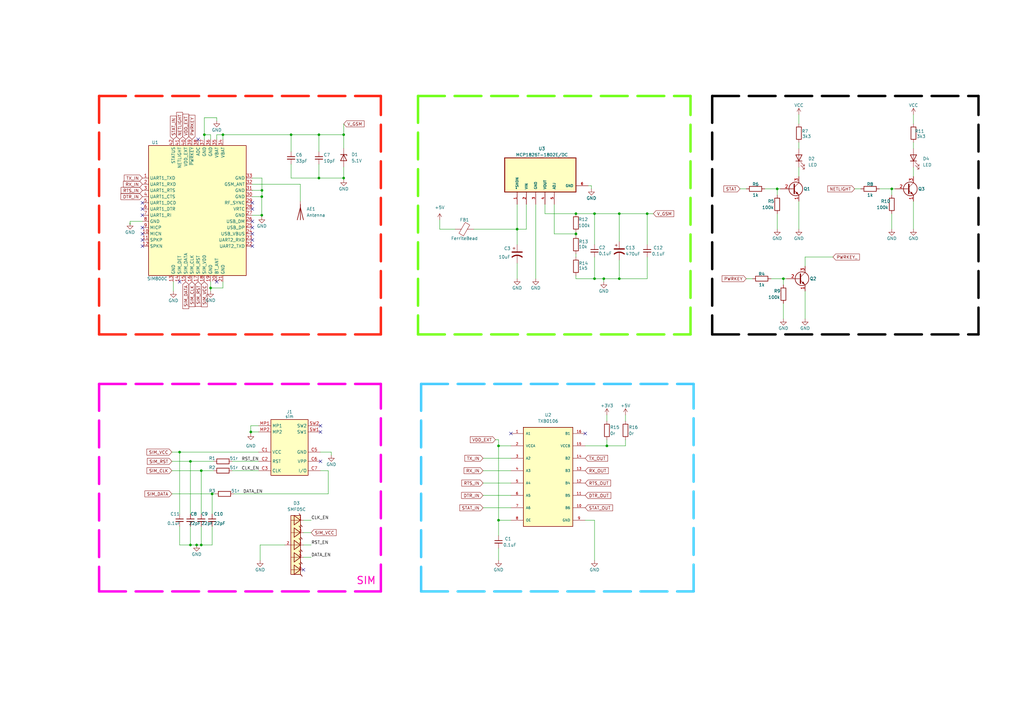
<source format=kicad_sch>
(kicad_sch (version 20230121) (generator eeschema)

  (uuid 7aff503e-b44c-42c0-8d1c-c7d43e6dc144)

  (paper "A3")

  (lib_symbols
    (symbol "Device:Antenna" (pin_numbers hide) (pin_names (offset 1.016) hide) (in_bom yes) (on_board yes)
      (property "Reference" "AE" (at -1.905 1.905 0)
        (effects (font (size 1.27 1.27)) (justify right))
      )
      (property "Value" "Antenna" (at -1.905 0 0)
        (effects (font (size 1.27 1.27)) (justify right))
      )
      (property "Footprint" "" (at 0 0 0)
        (effects (font (size 1.27 1.27)) hide)
      )
      (property "Datasheet" "~" (at 0 0 0)
        (effects (font (size 1.27 1.27)) hide)
      )
      (property "ki_keywords" "antenna" (at 0 0 0)
        (effects (font (size 1.27 1.27)) hide)
      )
      (property "ki_description" "Antenna" (at 0 0 0)
        (effects (font (size 1.27 1.27)) hide)
      )
      (symbol "Antenna_0_1"
        (polyline
          (pts
            (xy 0 2.54)
            (xy 0 -3.81)
          )
          (stroke (width 0.254) (type default))
          (fill (type none))
        )
        (polyline
          (pts
            (xy 1.27 2.54)
            (xy 0 -2.54)
            (xy -1.27 2.54)
          )
          (stroke (width 0.254) (type default))
          (fill (type none))
        )
      )
      (symbol "Antenna_1_1"
        (pin input line (at 0 -5.08 90) (length 2.54)
          (name "A" (effects (font (size 1.27 1.27))))
          (number "1" (effects (font (size 1.27 1.27))))
        )
      )
    )
    (symbol "Device:C_Polarized_US" (pin_numbers hide) (pin_names (offset 0.254) hide) (in_bom yes) (on_board yes)
      (property "Reference" "C" (at 0.635 2.54 0)
        (effects (font (size 1.27 1.27)) (justify left))
      )
      (property "Value" "C_Polarized_US" (at 0.635 -2.54 0)
        (effects (font (size 1.27 1.27)) (justify left))
      )
      (property "Footprint" "" (at 0 0 0)
        (effects (font (size 1.27 1.27)) hide)
      )
      (property "Datasheet" "~" (at 0 0 0)
        (effects (font (size 1.27 1.27)) hide)
      )
      (property "ki_keywords" "cap capacitor" (at 0 0 0)
        (effects (font (size 1.27 1.27)) hide)
      )
      (property "ki_description" "Polarized capacitor, US symbol" (at 0 0 0)
        (effects (font (size 1.27 1.27)) hide)
      )
      (property "ki_fp_filters" "CP_*" (at 0 0 0)
        (effects (font (size 1.27 1.27)) hide)
      )
      (symbol "C_Polarized_US_0_1"
        (polyline
          (pts
            (xy -2.032 0.762)
            (xy 2.032 0.762)
          )
          (stroke (width 0.508) (type default))
          (fill (type none))
        )
        (polyline
          (pts
            (xy -1.778 2.286)
            (xy -0.762 2.286)
          )
          (stroke (width 0) (type default))
          (fill (type none))
        )
        (polyline
          (pts
            (xy -1.27 1.778)
            (xy -1.27 2.794)
          )
          (stroke (width 0) (type default))
          (fill (type none))
        )
        (arc (start 2.032 -1.27) (mid 0 -0.5572) (end -2.032 -1.27)
          (stroke (width 0.508) (type default))
          (fill (type none))
        )
      )
      (symbol "C_Polarized_US_1_1"
        (pin passive line (at 0 3.81 270) (length 2.794)
          (name "~" (effects (font (size 1.27 1.27))))
          (number "1" (effects (font (size 1.27 1.27))))
        )
        (pin passive line (at 0 -3.81 90) (length 3.302)
          (name "~" (effects (font (size 1.27 1.27))))
          (number "2" (effects (font (size 1.27 1.27))))
        )
      )
    )
    (symbol "Device:C_Small" (pin_numbers hide) (pin_names (offset 0.254) hide) (in_bom yes) (on_board yes)
      (property "Reference" "C" (at 0.254 1.778 0)
        (effects (font (size 1.27 1.27)) (justify left))
      )
      (property "Value" "C_Small" (at 0.254 -2.032 0)
        (effects (font (size 1.27 1.27)) (justify left))
      )
      (property "Footprint" "" (at 0 0 0)
        (effects (font (size 1.27 1.27)) hide)
      )
      (property "Datasheet" "~" (at 0 0 0)
        (effects (font (size 1.27 1.27)) hide)
      )
      (property "ki_keywords" "capacitor cap" (at 0 0 0)
        (effects (font (size 1.27 1.27)) hide)
      )
      (property "ki_description" "Unpolarized capacitor, small symbol" (at 0 0 0)
        (effects (font (size 1.27 1.27)) hide)
      )
      (property "ki_fp_filters" "C_*" (at 0 0 0)
        (effects (font (size 1.27 1.27)) hide)
      )
      (symbol "C_Small_0_1"
        (polyline
          (pts
            (xy -1.524 -0.508)
            (xy 1.524 -0.508)
          )
          (stroke (width 0.3302) (type default))
          (fill (type none))
        )
        (polyline
          (pts
            (xy -1.524 0.508)
            (xy 1.524 0.508)
          )
          (stroke (width 0.3048) (type default))
          (fill (type none))
        )
      )
      (symbol "C_Small_1_1"
        (pin passive line (at 0 2.54 270) (length 2.032)
          (name "~" (effects (font (size 1.27 1.27))))
          (number "1" (effects (font (size 1.27 1.27))))
        )
        (pin passive line (at 0 -2.54 90) (length 2.032)
          (name "~" (effects (font (size 1.27 1.27))))
          (number "2" (effects (font (size 1.27 1.27))))
        )
      )
    )
    (symbol "Device:D_Zener" (pin_numbers hide) (pin_names (offset 1.016) hide) (in_bom yes) (on_board yes)
      (property "Reference" "D" (at 0 2.54 0)
        (effects (font (size 1.27 1.27)))
      )
      (property "Value" "D_Zener" (at 0 -2.54 0)
        (effects (font (size 1.27 1.27)))
      )
      (property "Footprint" "" (at 0 0 0)
        (effects (font (size 1.27 1.27)) hide)
      )
      (property "Datasheet" "~" (at 0 0 0)
        (effects (font (size 1.27 1.27)) hide)
      )
      (property "ki_keywords" "diode" (at 0 0 0)
        (effects (font (size 1.27 1.27)) hide)
      )
      (property "ki_description" "Zener diode" (at 0 0 0)
        (effects (font (size 1.27 1.27)) hide)
      )
      (property "ki_fp_filters" "TO-???* *_Diode_* *SingleDiode* D_*" (at 0 0 0)
        (effects (font (size 1.27 1.27)) hide)
      )
      (symbol "D_Zener_0_1"
        (polyline
          (pts
            (xy 1.27 0)
            (xy -1.27 0)
          )
          (stroke (width 0) (type default))
          (fill (type none))
        )
        (polyline
          (pts
            (xy -1.27 -1.27)
            (xy -1.27 1.27)
            (xy -0.762 1.27)
          )
          (stroke (width 0.254) (type default))
          (fill (type none))
        )
        (polyline
          (pts
            (xy 1.27 -1.27)
            (xy 1.27 1.27)
            (xy -1.27 0)
            (xy 1.27 -1.27)
          )
          (stroke (width 0.254) (type default))
          (fill (type none))
        )
      )
      (symbol "D_Zener_1_1"
        (pin passive line (at -3.81 0 0) (length 2.54)
          (name "K" (effects (font (size 1.27 1.27))))
          (number "1" (effects (font (size 1.27 1.27))))
        )
        (pin passive line (at 3.81 0 180) (length 2.54)
          (name "A" (effects (font (size 1.27 1.27))))
          (number "2" (effects (font (size 1.27 1.27))))
        )
      )
    )
    (symbol "Device:FerriteBead" (pin_numbers hide) (pin_names (offset 0)) (in_bom yes) (on_board yes)
      (property "Reference" "FB" (at -3.81 0.635 90)
        (effects (font (size 1.27 1.27)))
      )
      (property "Value" "FerriteBead" (at 3.81 0 90)
        (effects (font (size 1.27 1.27)))
      )
      (property "Footprint" "" (at -1.778 0 90)
        (effects (font (size 1.27 1.27)) hide)
      )
      (property "Datasheet" "~" (at 0 0 0)
        (effects (font (size 1.27 1.27)) hide)
      )
      (property "ki_keywords" "L ferrite bead inductor filter" (at 0 0 0)
        (effects (font (size 1.27 1.27)) hide)
      )
      (property "ki_description" "Ferrite bead" (at 0 0 0)
        (effects (font (size 1.27 1.27)) hide)
      )
      (property "ki_fp_filters" "Inductor_* L_* *Ferrite*" (at 0 0 0)
        (effects (font (size 1.27 1.27)) hide)
      )
      (symbol "FerriteBead_0_1"
        (polyline
          (pts
            (xy 0 -1.27)
            (xy 0 -1.2192)
          )
          (stroke (width 0) (type default))
          (fill (type none))
        )
        (polyline
          (pts
            (xy 0 1.27)
            (xy 0 1.2954)
          )
          (stroke (width 0) (type default))
          (fill (type none))
        )
        (polyline
          (pts
            (xy -2.7686 0.4064)
            (xy -1.7018 2.2606)
            (xy 2.7686 -0.3048)
            (xy 1.6764 -2.159)
            (xy -2.7686 0.4064)
          )
          (stroke (width 0) (type default))
          (fill (type none))
        )
      )
      (symbol "FerriteBead_1_1"
        (pin passive line (at 0 3.81 270) (length 2.54)
          (name "~" (effects (font (size 1.27 1.27))))
          (number "1" (effects (font (size 1.27 1.27))))
        )
        (pin passive line (at 0 -3.81 90) (length 2.54)
          (name "~" (effects (font (size 1.27 1.27))))
          (number "2" (effects (font (size 1.27 1.27))))
        )
      )
    )
    (symbol "Device:LED" (pin_numbers hide) (pin_names (offset 1.016) hide) (in_bom yes) (on_board yes)
      (property "Reference" "D" (at 0 2.54 0)
        (effects (font (size 1.27 1.27)))
      )
      (property "Value" "LED" (at 0 -2.54 0)
        (effects (font (size 1.27 1.27)))
      )
      (property "Footprint" "" (at 0 0 0)
        (effects (font (size 1.27 1.27)) hide)
      )
      (property "Datasheet" "~" (at 0 0 0)
        (effects (font (size 1.27 1.27)) hide)
      )
      (property "ki_keywords" "LED diode" (at 0 0 0)
        (effects (font (size 1.27 1.27)) hide)
      )
      (property "ki_description" "Light emitting diode" (at 0 0 0)
        (effects (font (size 1.27 1.27)) hide)
      )
      (property "ki_fp_filters" "LED* LED_SMD:* LED_THT:*" (at 0 0 0)
        (effects (font (size 1.27 1.27)) hide)
      )
      (symbol "LED_0_1"
        (polyline
          (pts
            (xy -1.27 -1.27)
            (xy -1.27 1.27)
          )
          (stroke (width 0.254) (type default))
          (fill (type none))
        )
        (polyline
          (pts
            (xy -1.27 0)
            (xy 1.27 0)
          )
          (stroke (width 0) (type default))
          (fill (type none))
        )
        (polyline
          (pts
            (xy 1.27 -1.27)
            (xy 1.27 1.27)
            (xy -1.27 0)
            (xy 1.27 -1.27)
          )
          (stroke (width 0.254) (type default))
          (fill (type none))
        )
        (polyline
          (pts
            (xy -3.048 -0.762)
            (xy -4.572 -2.286)
            (xy -3.81 -2.286)
            (xy -4.572 -2.286)
            (xy -4.572 -1.524)
          )
          (stroke (width 0) (type default))
          (fill (type none))
        )
        (polyline
          (pts
            (xy -1.778 -0.762)
            (xy -3.302 -2.286)
            (xy -2.54 -2.286)
            (xy -3.302 -2.286)
            (xy -3.302 -1.524)
          )
          (stroke (width 0) (type default))
          (fill (type none))
        )
      )
      (symbol "LED_1_1"
        (pin passive line (at -3.81 0 0) (length 2.54)
          (name "K" (effects (font (size 1.27 1.27))))
          (number "1" (effects (font (size 1.27 1.27))))
        )
        (pin passive line (at 3.81 0 180) (length 2.54)
          (name "A" (effects (font (size 1.27 1.27))))
          (number "2" (effects (font (size 1.27 1.27))))
        )
      )
    )
    (symbol "Device:R" (pin_numbers hide) (pin_names (offset 0)) (in_bom yes) (on_board yes)
      (property "Reference" "R" (at 2.032 0 90)
        (effects (font (size 1.27 1.27)))
      )
      (property "Value" "R" (at 0 0 90)
        (effects (font (size 1.27 1.27)))
      )
      (property "Footprint" "" (at -1.778 0 90)
        (effects (font (size 1.27 1.27)) hide)
      )
      (property "Datasheet" "~" (at 0 0 0)
        (effects (font (size 1.27 1.27)) hide)
      )
      (property "ki_keywords" "R res resistor" (at 0 0 0)
        (effects (font (size 1.27 1.27)) hide)
      )
      (property "ki_description" "Resistor" (at 0 0 0)
        (effects (font (size 1.27 1.27)) hide)
      )
      (property "ki_fp_filters" "R_*" (at 0 0 0)
        (effects (font (size 1.27 1.27)) hide)
      )
      (symbol "R_0_1"
        (rectangle (start -1.016 -2.54) (end 1.016 2.54)
          (stroke (width 0.254) (type default))
          (fill (type none))
        )
      )
      (symbol "R_1_1"
        (pin passive line (at 0 3.81 270) (length 1.27)
          (name "~" (effects (font (size 1.27 1.27))))
          (number "1" (effects (font (size 1.27 1.27))))
        )
        (pin passive line (at 0 -3.81 90) (length 1.27)
          (name "~" (effects (font (size 1.27 1.27))))
          (number "2" (effects (font (size 1.27 1.27))))
        )
      )
    )
    (symbol "GND_1" (power) (pin_names (offset 0)) (in_bom yes) (on_board yes)
      (property "Reference" "#PWR" (at 0 -6.35 0)
        (effects (font (size 1.27 1.27)) hide)
      )
      (property "Value" "GND_1" (at 0 -3.81 0)
        (effects (font (size 1.27 1.27)))
      )
      (property "Footprint" "" (at 0 0 0)
        (effects (font (size 1.27 1.27)) hide)
      )
      (property "Datasheet" "" (at 0 0 0)
        (effects (font (size 1.27 1.27)) hide)
      )
      (property "ki_keywords" "global power" (at 0 0 0)
        (effects (font (size 1.27 1.27)) hide)
      )
      (property "ki_description" "Power symbol creates a global label with name \"GND\" , ground" (at 0 0 0)
        (effects (font (size 1.27 1.27)) hide)
      )
      (symbol "GND_1_0_1"
        (polyline
          (pts
            (xy 0 0)
            (xy 0 -1.27)
            (xy 1.27 -1.27)
            (xy 0 -2.54)
            (xy -1.27 -1.27)
            (xy 0 -1.27)
          )
          (stroke (width 0) (type default))
          (fill (type none))
        )
      )
      (symbol "GND_1_1_1"
        (pin power_in line (at 0 0 270) (length 0) hide
          (name "GND" (effects (font (size 1.27 1.27))))
          (number "1" (effects (font (size 1.27 1.27))))
        )
      )
    )
    (symbol "L-KLS1-SIM-064-_6+2_P-H1_85-R:L-KLS1-SIM-064-_6+2_P-H1.85-R" (in_bom yes) (on_board yes)
      (property "Reference" "J1" (at 12.7 5.715 0)
        (effects (font (size 1.27 1.27)))
      )
      (property "Value" "sim" (at 12.7 3.81 0)
        (effects (font (size 1.27 1.27)))
      )
      (property "Footprint" "LKLS1SIM06462PH185R" (at 21.59 -94.92 0)
        (effects (font (size 1.27 1.27)) (justify left top) hide)
      )
      (property "Datasheet" "https://img.ozdisan.com/ETicaret_Dosya/468486_1511271.PDF" (at 21.59 -194.92 0)
        (effects (font (size 1.27 1.27)) (justify left top) hide)
      )
      (property "Height" "1.7" (at 21.59 -394.92 0)
        (effects (font (size 1.27 1.27)) (justify left top) hide)
      )
      (property "Manufacturer_Name" "KLS Electronic" (at 21.59 -494.92 0)
        (effects (font (size 1.27 1.27)) (justify left top) hide)
      )
      (property "Manufacturer_Part_Number" "L-KLS1-SIM-064-(6+2)P-H1.85-R" (at 21.59 -594.92 0)
        (effects (font (size 1.27 1.27)) (justify left top) hide)
      )
      (property "Mouser Part Number" "" (at 21.59 -694.92 0)
        (effects (font (size 1.27 1.27)) (justify left top) hide)
      )
      (property "Mouser Price/Stock" "" (at 21.59 -794.92 0)
        (effects (font (size 1.27 1.27)) (justify left top) hide)
      )
      (property "Arrow Part Number" "" (at 21.59 -894.92 0)
        (effects (font (size 1.27 1.27)) (justify left top) hide)
      )
      (property "Arrow Price/Stock" "" (at 21.59 -994.92 0)
        (effects (font (size 1.27 1.27)) (justify left top) hide)
      )
      (property "ki_description" "SIM Card Connector" (at 0 0 0)
        (effects (font (size 1.27 1.27)) hide)
      )
      (symbol "L-KLS1-SIM-064-_6+2_P-H1.85-R_1_1"
        (rectangle (start 5.08 2.54) (end 20.32 -20.32)
          (stroke (width 0.254) (type default))
          (fill (type background))
        )
        (pin passive line (at 0 -10.795 0) (length 5.08)
          (name "VCC" (effects (font (size 1.27 1.27))))
          (number "C1" (effects (font (size 1.27 1.27))))
        )
        (pin passive line (at 0 -14.605 0) (length 5.08)
          (name "RST" (effects (font (size 1.27 1.27))))
          (number "C2" (effects (font (size 1.27 1.27))))
        )
        (pin passive line (at 0 -18.415 0) (length 5.08)
          (name "CLK" (effects (font (size 1.27 1.27))))
          (number "C3" (effects (font (size 1.27 1.27))))
        )
        (pin passive line (at 25.4 -10.795 180) (length 5.08)
          (name "GND" (effects (font (size 1.27 1.27))))
          (number "C5" (effects (font (size 1.27 1.27))))
        )
        (pin passive line (at 25.4 -14.605 180) (length 5.08)
          (name "VPP" (effects (font (size 1.27 1.27))))
          (number "C6" (effects (font (size 1.27 1.27))))
        )
        (pin passive line (at 25.4 -18.415 180) (length 5.08)
          (name "I/O" (effects (font (size 1.27 1.27))))
          (number "C7" (effects (font (size 1.27 1.27))))
        )
        (pin passive line (at 0 0 0) (length 5.08)
          (name "MP1" (effects (font (size 1.27 1.27))))
          (number "MP1" (effects (font (size 1.27 1.27))))
        )
        (pin passive line (at 0 -2.54 0) (length 5.08)
          (name "MP2" (effects (font (size 1.27 1.27))))
          (number "MP2" (effects (font (size 1.27 1.27))))
        )
        (pin passive line (at 25.4 -2.54 180) (length 5.08)
          (name "SW1" (effects (font (size 1.27 1.27))))
          (number "SW1" (effects (font (size 1.27 1.27))))
        )
        (pin passive line (at 25.4 0 180) (length 5.08)
          (name "SW2" (effects (font (size 1.27 1.27))))
          (number "SW2" (effects (font (size 1.27 1.27))))
        )
      )
    )
    (symbol "MCP1826T-1802E_DC:MCP1826T-1802E{slash}DC" (pin_names (offset 1.016)) (in_bom yes) (on_board yes)
      (property "Reference" "U3" (at -2.54 2.54 0)
        (effects (font (size 1.27 1.27)))
      )
      (property "Value" "MCP1826T-1802E/DC" (at -2.54 0 0)
        (effects (font (size 1.27 1.27)))
      )
      (property "Footprint" "SOT230P700X180-6N" (at 0 0 0)
        (effects (font (size 1.27 1.27)) (justify bottom) hide)
      )
      (property "Datasheet" "" (at 0 0 0)
        (effects (font (size 1.27 1.27)) hide)
      )
      (property "MPN" "MCP1826T-1802E/DC" (at 0 0 0)
        (effects (font (size 1.27 1.27)) (justify bottom) hide)
      )
      (property "OC_FARNELL" "1578427" (at 0 0 0)
        (effects (font (size 1.27 1.27)) (justify bottom) hide)
      )
      (property "OC_NEWARK" "40M0734" (at 0 0 0)
        (effects (font (size 1.27 1.27)) (justify bottom) hide)
      )
      (property "SUPPLIER" "Microchip" (at 0 0 0)
        (effects (font (size 1.27 1.27)) (justify bottom) hide)
      )
      (property "PACKAGE" "SOT223-5" (at 0 0 0)
        (effects (font (size 1.27 1.27)) (justify bottom) hide)
      )
      (symbol "MCP1826T-1802E{slash}DC_0_0"
        (rectangle (start -17.78 -1.27) (end 11.43 -15.24)
          (stroke (width 0.4064) (type default))
          (fill (type background))
        )
        (pin input line (at -12.7 -20.32 90) (length 5.08)
          (name "*SHDN" (effects (font (size 1.016 1.016))))
          (number "1" (effects (font (size 1.016 1.016))))
        )
        (pin input line (at -8.89 -20.32 90) (length 5.08)
          (name "VIN" (effects (font (size 1.016 1.016))))
          (number "2" (effects (font (size 1.016 1.016))))
        )
        (pin output line (at -1.27 -20.32 90) (length 5.08)
          (name "VOUT" (effects (font (size 1.016 1.016))))
          (number "4" (effects (font (size 1.016 1.016))))
        )
      )
      (symbol "MCP1826T-1802E{slash}DC_1_0"
        (pin passive line (at -5.08 -20.32 90) (length 5.08)
          (name "GND" (effects (font (size 1.016 1.016))))
          (number "3" (effects (font (size 1.016 1.016))))
        )
        (pin input line (at 2.54 -20.32 90) (length 5.08)
          (name "ADJ" (effects (font (size 1.016 1.016))))
          (number "5" (effects (font (size 1.016 1.016))))
        )
        (pin passive line (at 16.51 -12.7 180) (length 5.08)
          (name "GND" (effects (font (size 1.016 1.016))))
          (number "6" (effects (font (size 1.016 1.016))))
        )
      )
    )
    (symbol "RF_GSM:SIM800C" (in_bom yes) (on_board yes)
      (property "Reference" "U1" (at -16.51 36.83 0)
        (effects (font (size 1.27 1.27)) (justify left))
      )
      (property "Value" "SIM800C" (at -18.415 -19.05 0)
        (effects (font (size 1.27 1.27)) (justify left))
      )
      (property "Footprint" "RF_GSM:SIMCom_SIM800C" (at 51.435 11.43 0)
        (effects (font (size 1.27 1.27)) hide)
      )
      (property "Datasheet" "http://simcom.ee/documents/SIM800C/SIM800C_Hardware_Design_V1.05.pdf" (at -118.11 -59.69 0)
        (effects (font (size 1.27 1.27)) hide)
      )
      (property "ki_keywords" "GSM GPRS Quad-Band SMS" (at 0 0 0)
        (effects (font (size 1.27 1.27)) hide)
      )
      (property "ki_description" "GSM Quad-Band Communication Module, GPRS, Audio Engine, AT Command Set, Bluetooth is Optional" (at 0 0 0)
        (effects (font (size 1.27 1.27)) hide)
      )
      (property "ki_fp_filters" "SIMCom*SIM800C*" (at 0 0 0)
        (effects (font (size 1.27 1.27)) hide)
      )
      (symbol "SIM800C_0_1"
        (rectangle (start -17.78 35.56) (end 22.225 -17.78)
          (stroke (width 0.254) (type default))
          (fill (type background))
        )
      )
      (symbol "SIM800C_1_1"
        (pin output line (at -20.32 22.225 0) (length 2.54)
          (name "UART1_TXD" (effects (font (size 1.27 1.27))))
          (number "1" (effects (font (size 1.27 1.27))))
        )
        (pin input line (at -20.32 -0.635 0) (length 2.54)
          (name "MICN" (effects (font (size 1.27 1.27))))
          (number "10" (effects (font (size 1.27 1.27))))
        )
        (pin output line (at -20.32 -3.175 0) (length 2.54)
          (name "SPKP" (effects (font (size 1.27 1.27))))
          (number "11" (effects (font (size 1.27 1.27))))
        )
        (pin output line (at -20.32 -5.715 0) (length 2.54)
          (name "SPKN" (effects (font (size 1.27 1.27))))
          (number "12" (effects (font (size 1.27 1.27))))
        )
        (pin output line (at -7.62 -20.32 90) (length 2.54)
          (name "GND" (effects (font (size 1.27 1.27))))
          (number "13" (effects (font (size 1.27 1.27))))
        )
        (pin input line (at -5.08 -20.32 90) (length 2.54)
          (name "SIM_DET" (effects (font (size 1.27 1.27))))
          (number "14" (effects (font (size 1.27 1.27))))
        )
        (pin bidirectional line (at -2.54 -20.32 90) (length 2.54)
          (name "SIM_DATA" (effects (font (size 1.27 1.27))))
          (number "15" (effects (font (size 1.27 1.27))))
        )
        (pin output line (at 0 -20.32 90) (length 2.54)
          (name "SIM_CLK" (effects (font (size 1.27 1.27))))
          (number "16" (effects (font (size 1.27 1.27))))
        )
        (pin output line (at 2.54 -20.32 90) (length 2.54)
          (name "SIM_RST" (effects (font (size 1.27 1.27))))
          (number "17" (effects (font (size 1.27 1.27))))
        )
        (pin power_out line (at 5.08 -20.32 90) (length 2.54)
          (name "SIM_VDD" (effects (font (size 1.27 1.27))))
          (number "18" (effects (font (size 1.27 1.27))))
        )
        (pin output line (at 7.62 -20.32 90) (length 2.54)
          (name "GND" (effects (font (size 1.27 1.27))))
          (number "19" (effects (font (size 1.27 1.27))))
        )
        (pin input line (at -20.32 19.685 0) (length 2.54)
          (name "UART1_RXD" (effects (font (size 1.27 1.27))))
          (number "2" (effects (font (size 1.27 1.27))))
        )
        (pin passive line (at 10.16 -20.32 90) (length 2.54)
          (name "BT_ANT" (effects (font (size 1.27 1.27))))
          (number "20" (effects (font (size 1.27 1.27))))
        )
        (pin output line (at 12.7 -20.32 90) (length 2.54)
          (name "GND" (effects (font (size 1.27 1.27))))
          (number "21" (effects (font (size 1.27 1.27))))
        )
        (pin output line (at 24.765 -5.715 180) (length 2.54)
          (name "UART2_TXD" (effects (font (size 1.27 1.27))))
          (number "22" (effects (font (size 1.27 1.27))))
        )
        (pin input line (at 24.765 -3.175 180) (length 2.54)
          (name "UART2_RXD" (effects (font (size 1.27 1.27))))
          (number "23" (effects (font (size 1.27 1.27))))
        )
        (pin input line (at 24.765 -0.635 180) (length 2.54)
          (name "USB_VBUS" (effects (font (size 1.27 1.27))))
          (number "24" (effects (font (size 1.27 1.27))))
        )
        (pin bidirectional line (at 24.765 1.905 180) (length 2.54)
          (name "USB_DP" (effects (font (size 1.27 1.27))))
          (number "25" (effects (font (size 1.27 1.27))))
        )
        (pin bidirectional line (at 24.765 4.445 180) (length 2.54)
          (name "USB_DM" (effects (font (size 1.27 1.27))))
          (number "26" (effects (font (size 1.27 1.27))))
        )
        (pin output line (at 24.765 6.985 180) (length 2.54)
          (name "GND" (effects (font (size 1.27 1.27))))
          (number "27" (effects (font (size 1.27 1.27))))
        )
        (pin power_in line (at 24.765 9.525 180) (length 2.54)
          (name "VRTC" (effects (font (size 1.27 1.27))))
          (number "28" (effects (font (size 1.27 1.27))))
        )
        (pin output line (at 24.765 12.065 180) (length 2.54)
          (name "RF_SYNC" (effects (font (size 1.27 1.27))))
          (number "29" (effects (font (size 1.27 1.27))))
        )
        (pin input line (at -20.32 17.145 0) (length 2.54)
          (name "UART1_RTS" (effects (font (size 1.27 1.27))))
          (number "3" (effects (font (size 1.27 1.27))))
        )
        (pin output line (at 24.765 14.605 180) (length 2.54)
          (name "GND" (effects (font (size 1.27 1.27))))
          (number "30" (effects (font (size 1.27 1.27))))
        )
        (pin output line (at 24.765 17.145 180) (length 2.54)
          (name "GND" (effects (font (size 1.27 1.27))))
          (number "31" (effects (font (size 1.27 1.27))))
        )
        (pin passive line (at 24.765 19.685 180) (length 2.54)
          (name "GSM_ANT" (effects (font (size 1.27 1.27))))
          (number "32" (effects (font (size 1.27 1.27))))
        )
        (pin output line (at 24.765 22.225 180) (length 2.54)
          (name "GND" (effects (font (size 1.27 1.27))))
          (number "33" (effects (font (size 1.27 1.27))))
        )
        (pin power_in line (at 12.7 38.1 270) (length 2.54)
          (name "VBAT" (effects (font (size 1.27 1.27))))
          (number "34" (effects (font (size 1.27 1.27))))
        )
        (pin output line (at 10.16 38.1 270) (length 2.54)
          (name "VBAT" (effects (font (size 1.27 1.27))))
          (number "35" (effects (font (size 1.27 1.27))))
        )
        (pin output line (at 7.62 38.1 270) (length 2.54)
          (name "GND" (effects (font (size 1.27 1.27))))
          (number "36" (effects (font (size 1.27 1.27))))
        )
        (pin output line (at 5.08 38.1 270) (length 2.54)
          (name "GND" (effects (font (size 1.27 1.27))))
          (number "37" (effects (font (size 1.27 1.27))))
        )
        (pin input line (at 2.54 38.1 270) (length 2.54)
          (name "ADC" (effects (font (size 1.27 1.27))))
          (number "38" (effects (font (size 1.27 1.27))))
        )
        (pin input line (at 0 38.1 270) (length 2.54)
          (name "~{PWRKEY}" (effects (font (size 1.27 1.27))))
          (number "39" (effects (font (size 1.27 1.27))))
        )
        (pin output line (at -20.32 14.605 0) (length 2.54)
          (name "UART1_CTS" (effects (font (size 1.27 1.27))))
          (number "4" (effects (font (size 1.27 1.27))))
        )
        (pin power_out line (at -2.54 38.1 270) (length 2.54)
          (name "VDD_EXT" (effects (font (size 1.27 1.27))))
          (number "40" (effects (font (size 1.27 1.27))))
        )
        (pin output line (at -5.08 38.1 270) (length 2.54)
          (name "NETLIGHT" (effects (font (size 1.27 1.27))))
          (number "41" (effects (font (size 1.27 1.27))))
        )
        (pin output line (at -7.62 38.1 270) (length 2.54)
          (name "STATUS" (effects (font (size 1.27 1.27))))
          (number "42" (effects (font (size 1.27 1.27))))
        )
        (pin output line (at -20.32 12.065 0) (length 2.54)
          (name "UART1_DCD" (effects (font (size 1.27 1.27))))
          (number "5" (effects (font (size 1.27 1.27))))
        )
        (pin input line (at -20.32 9.525 0) (length 2.54)
          (name "UART1_DTR" (effects (font (size 1.27 1.27))))
          (number "6" (effects (font (size 1.27 1.27))))
        )
        (pin output line (at -20.32 6.985 0) (length 2.54)
          (name "UART1_RI" (effects (font (size 1.27 1.27))))
          (number "7" (effects (font (size 1.27 1.27))))
        )
        (pin power_in line (at -20.32 4.445 0) (length 2.54)
          (name "GND" (effects (font (size 1.27 1.27))))
          (number "8" (effects (font (size 1.27 1.27))))
        )
        (pin input line (at -20.32 1.905 0) (length 2.54)
          (name "MICP" (effects (font (size 1.27 1.27))))
          (number "9" (effects (font (size 1.27 1.27))))
        )
      )
    )
    (symbol "SMF05C:SMF05C" (pin_names (offset 1.016)) (in_bom yes) (on_board yes)
      (property "Reference" "D" (at -23.0178 0.1016 0)
        (effects (font (size 1.27 1.27)) (justify left bottom))
      )
      (property "Value" "SMF05C" (at -23.0396 -1.9581 0)
        (effects (font (size 1.27 1.27)) (justify left bottom))
      )
      (property "Footprint" "SC70-6" (at 0 0 0)
        (effects (font (size 1.27 1.27)) (justify bottom) hide)
      )
      (property "Datasheet" "" (at 0 0 0)
        (effects (font (size 1.27 1.27)) hide)
      )
      (symbol "SMF05C_0_0"
        (rectangle (start -9.525 -2.6035) (end 14.605 1.3335)
          (stroke (width 0.254) (type default))
          (fill (type background))
        )
        (polyline
          (pts
            (xy -9.525 -1.27)
            (xy -5.715 -1.27)
          )
          (stroke (width 0.254) (type default))
          (fill (type none))
        )
        (polyline
          (pts
            (xy -9.525 1.397)
            (xy -10.287 0.762)
          )
          (stroke (width 0.254) (type default))
          (fill (type none))
        )
        (polyline
          (pts
            (xy -7.62 0)
            (xy -7.62 -2.54)
          )
          (stroke (width 0.1524) (type default))
          (fill (type none))
        )
        (polyline
          (pts
            (xy -7.62 1.27)
            (xy -9.525 -1.27)
          )
          (stroke (width 0.254) (type default))
          (fill (type none))
        )
        (polyline
          (pts
            (xy -5.715 -1.27)
            (xy -7.62 1.27)
          )
          (stroke (width 0.254) (type default))
          (fill (type none))
        )
        (polyline
          (pts
            (xy -5.715 1.397)
            (xy -4.953 2.032)
          )
          (stroke (width 0.254) (type default))
          (fill (type none))
        )
        (polyline
          (pts
            (xy -4.445 -1.27)
            (xy -0.635 -1.27)
          )
          (stroke (width 0.254) (type default))
          (fill (type none))
        )
        (polyline
          (pts
            (xy -4.445 1.397)
            (xy -5.207 0.762)
          )
          (stroke (width 0.254) (type default))
          (fill (type none))
        )
        (polyline
          (pts
            (xy -2.54 0)
            (xy -2.54 -2.54)
          )
          (stroke (width 0.1524) (type default))
          (fill (type none))
        )
        (polyline
          (pts
            (xy -2.54 1.27)
            (xy -4.445 -1.27)
          )
          (stroke (width 0.254) (type default))
          (fill (type none))
        )
        (polyline
          (pts
            (xy -0.635 -1.27)
            (xy -2.54 1.27)
          )
          (stroke (width 0.254) (type default))
          (fill (type none))
        )
        (polyline
          (pts
            (xy -0.635 1.397)
            (xy 0.127 2.032)
          )
          (stroke (width 0.254) (type default))
          (fill (type none))
        )
        (polyline
          (pts
            (xy 0.635 -1.27)
            (xy 4.445 -1.27)
          )
          (stroke (width 0.254) (type default))
          (fill (type none))
        )
        (polyline
          (pts
            (xy 0.635 1.397)
            (xy -0.127 0.762)
          )
          (stroke (width 0.254) (type default))
          (fill (type none))
        )
        (polyline
          (pts
            (xy 2.54 0)
            (xy 2.54 -2.54)
          )
          (stroke (width 0.1524) (type default))
          (fill (type none))
        )
        (polyline
          (pts
            (xy 2.54 1.27)
            (xy 0.635 -1.27)
          )
          (stroke (width 0.254) (type default))
          (fill (type none))
        )
        (polyline
          (pts
            (xy 4.445 -1.27)
            (xy 2.54 1.27)
          )
          (stroke (width 0.254) (type default))
          (fill (type none))
        )
        (polyline
          (pts
            (xy 4.445 1.397)
            (xy 5.207 2.032)
          )
          (stroke (width 0.254) (type default))
          (fill (type none))
        )
        (polyline
          (pts
            (xy 5.715 -1.27)
            (xy 9.525 -1.27)
          )
          (stroke (width 0.254) (type default))
          (fill (type none))
        )
        (polyline
          (pts
            (xy 5.715 1.397)
            (xy 4.953 0.762)
          )
          (stroke (width 0.254) (type default))
          (fill (type none))
        )
        (polyline
          (pts
            (xy 7.62 0)
            (xy 7.62 -2.54)
          )
          (stroke (width 0.1524) (type default))
          (fill (type none))
        )
        (polyline
          (pts
            (xy 7.62 1.27)
            (xy 5.715 -1.27)
          )
          (stroke (width 0.254) (type default))
          (fill (type none))
        )
        (polyline
          (pts
            (xy 9.525 -1.27)
            (xy 7.62 1.27)
          )
          (stroke (width 0.254) (type default))
          (fill (type none))
        )
        (polyline
          (pts
            (xy 9.525 1.397)
            (xy 10.287 2.032)
          )
          (stroke (width 0.254) (type default))
          (fill (type none))
        )
        (polyline
          (pts
            (xy 10.795 -1.27)
            (xy 14.605 -1.27)
          )
          (stroke (width 0.254) (type default))
          (fill (type none))
        )
        (polyline
          (pts
            (xy 10.795 1.397)
            (xy 10.033 0.762)
          )
          (stroke (width 0.254) (type default))
          (fill (type none))
        )
        (polyline
          (pts
            (xy 12.7 0)
            (xy 12.7 -2.54)
          )
          (stroke (width 0.1524) (type default))
          (fill (type none))
        )
        (polyline
          (pts
            (xy 12.7 1.27)
            (xy 10.795 -1.27)
          )
          (stroke (width 0.254) (type default))
          (fill (type none))
        )
        (polyline
          (pts
            (xy 14.605 -1.27)
            (xy 12.7 1.27)
          )
          (stroke (width 0.254) (type default))
          (fill (type none))
        )
        (polyline
          (pts
            (xy 14.605 1.397)
            (xy 15.367 2.032)
          )
          (stroke (width 0.254) (type default))
          (fill (type none))
        )
        (pin passive line (at -7.62 2.54 270) (length 2.54)
          (name "~" (effects (font (size 1.016 1.016))))
          (number "1" (effects (font (size 1.016 1.016))))
        )
        (pin passive line (at 2.54 -5.08 90) (length 2.54)
          (name "~" (effects (font (size 1.016 1.016))))
          (number "2" (effects (font (size 1.016 1.016))))
        )
        (pin passive line (at -2.54 2.54 270) (length 2.54)
          (name "~" (effects (font (size 1.016 1.016))))
          (number "3" (effects (font (size 1.016 1.016))))
        )
        (pin passive line (at 2.54 2.54 270) (length 2.54)
          (name "~" (effects (font (size 1.016 1.016))))
          (number "4" (effects (font (size 1.016 1.016))))
        )
        (pin passive line (at 7.62 2.54 270) (length 2.54)
          (name "~" (effects (font (size 1.016 1.016))))
          (number "5" (effects (font (size 1.016 1.016))))
        )
        (pin passive line (at 12.7 2.54 270) (length 2.54)
          (name "~" (effects (font (size 1.016 1.016))))
          (number "6" (effects (font (size 1.016 1.016))))
        )
      )
    )
    (symbol "TXB0106:TXB0106" (pin_names (offset 1.016)) (in_bom yes) (on_board yes)
      (property "Reference" "U2" (at 0 25.4 0)
        (effects (font (size 1.27 1.27)))
      )
      (property "Value" "TXB0106" (at 0 22.86 0)
        (effects (font (size 1.27 1.27)))
      )
      (property "Footprint" "TSSOP16" (at 0 0 0)
        (effects (font (size 1.27 1.27)) (justify bottom) hide)
      )
      (property "Datasheet" "" (at 0 0 0)
        (effects (font (size 1.27 1.27)) hide)
      )
      (symbol "TXB0106_0_0"
        (rectangle (start -10.16 -20.32) (end 10.16 20.32)
          (stroke (width 0.254) (type default))
          (fill (type background))
        )
      )
      (symbol "TXB0106_1_0"
        (pin bidirectional line (at -15.24 17.78 0) (length 5.08)
          (name "A1" (effects (font (size 1.016 1.016))))
          (number "1" (effects (font (size 1.016 1.016))))
        )
        (pin bidirectional line (at 15.24 -12.7 180) (length 5.08)
          (name "B6" (effects (font (size 1.016 1.016))))
          (number "10" (effects (font (size 1.016 1.016))))
        )
        (pin bidirectional line (at 15.24 -7.62 180) (length 5.08)
          (name "B5" (effects (font (size 1.016 1.016))))
          (number "11" (effects (font (size 1.016 1.016))))
        )
        (pin bidirectional line (at 15.24 -2.54 180) (length 5.08)
          (name "B4" (effects (font (size 1.016 1.016))))
          (number "12" (effects (font (size 1.016 1.016))))
        )
        (pin bidirectional line (at 15.24 2.54 180) (length 5.08)
          (name "B3" (effects (font (size 1.016 1.016))))
          (number "13" (effects (font (size 1.016 1.016))))
        )
        (pin bidirectional line (at 15.24 7.62 180) (length 5.08)
          (name "B2" (effects (font (size 1.016 1.016))))
          (number "14" (effects (font (size 1.016 1.016))))
        )
        (pin bidirectional line (at 15.24 12.7 180) (length 5.08)
          (name "VCCB" (effects (font (size 1.016 1.016))))
          (number "15" (effects (font (size 1.016 1.016))))
        )
        (pin bidirectional line (at 15.24 17.78 180) (length 5.08)
          (name "B1" (effects (font (size 1.016 1.016))))
          (number "16" (effects (font (size 1.016 1.016))))
        )
        (pin bidirectional line (at -15.24 12.7 0) (length 5.08)
          (name "VCCA" (effects (font (size 1.016 1.016))))
          (number "2" (effects (font (size 1.016 1.016))))
        )
        (pin bidirectional line (at -15.24 7.62 0) (length 5.08)
          (name "A2" (effects (font (size 1.016 1.016))))
          (number "3" (effects (font (size 1.016 1.016))))
        )
        (pin bidirectional line (at -15.24 2.54 0) (length 5.08)
          (name "A3" (effects (font (size 1.016 1.016))))
          (number "4" (effects (font (size 1.016 1.016))))
        )
        (pin bidirectional line (at -15.24 -2.54 0) (length 5.08)
          (name "A4" (effects (font (size 1.016 1.016))))
          (number "5" (effects (font (size 1.016 1.016))))
        )
        (pin bidirectional line (at -15.24 -7.62 0) (length 5.08)
          (name "A5" (effects (font (size 1.016 1.016))))
          (number "6" (effects (font (size 1.016 1.016))))
        )
        (pin bidirectional line (at -15.24 -12.7 0) (length 5.08)
          (name "A6" (effects (font (size 1.016 1.016))))
          (number "7" (effects (font (size 1.016 1.016))))
        )
        (pin bidirectional line (at -15.24 -17.78 0) (length 5.08)
          (name "OE" (effects (font (size 1.016 1.016))))
          (number "8" (effects (font (size 1.016 1.016))))
        )
        (pin bidirectional line (at 15.24 -17.78 180) (length 5.08)
          (name "GND" (effects (font (size 1.016 1.016))))
          (number "9" (effects (font (size 1.016 1.016))))
        )
      )
    )
    (symbol "Transistor_BJT:S8050" (pin_names (offset 0) hide) (in_bom yes) (on_board yes)
      (property "Reference" "Q" (at 5.08 1.905 0)
        (effects (font (size 1.27 1.27)) (justify left))
      )
      (property "Value" "S8050" (at 5.08 0 0)
        (effects (font (size 1.27 1.27)) (justify left))
      )
      (property "Footprint" "Package_TO_SOT_THT:TO-92_Inline" (at 5.08 -1.905 0)
        (effects (font (size 1.27 1.27) italic) (justify left) hide)
      )
      (property "Datasheet" "http://www.unisonic.com.tw/datasheet/S8050.pdf" (at 0 0 0)
        (effects (font (size 1.27 1.27)) (justify left) hide)
      )
      (property "ki_keywords" "S8050 NPN Low Voltage High Current Transistor" (at 0 0 0)
        (effects (font (size 1.27 1.27)) hide)
      )
      (property "ki_description" "0.7A Ic, 20V Vce, Low Voltage High Current NPN Transistor, TO-92" (at 0 0 0)
        (effects (font (size 1.27 1.27)) hide)
      )
      (property "ki_fp_filters" "TO?92*" (at 0 0 0)
        (effects (font (size 1.27 1.27)) hide)
      )
      (symbol "S8050_0_1"
        (polyline
          (pts
            (xy 0 0)
            (xy 0.635 0)
          )
          (stroke (width 0) (type default))
          (fill (type none))
        )
        (polyline
          (pts
            (xy 0.635 0.635)
            (xy 2.54 2.54)
          )
          (stroke (width 0) (type default))
          (fill (type none))
        )
        (polyline
          (pts
            (xy 0.635 -0.635)
            (xy 2.54 -2.54)
            (xy 2.54 -2.54)
          )
          (stroke (width 0) (type default))
          (fill (type none))
        )
        (polyline
          (pts
            (xy 0.635 1.905)
            (xy 0.635 -1.905)
            (xy 0.635 -1.905)
          )
          (stroke (width 0.508) (type default))
          (fill (type none))
        )
        (polyline
          (pts
            (xy 1.27 -1.778)
            (xy 1.778 -1.27)
            (xy 2.286 -2.286)
            (xy 1.27 -1.778)
            (xy 1.27 -1.778)
          )
          (stroke (width 0) (type default))
          (fill (type outline))
        )
        (circle (center 1.27 0) (radius 2.8194)
          (stroke (width 0.254) (type default))
          (fill (type none))
        )
      )
      (symbol "S8050_1_1"
        (pin passive line (at 2.54 -5.08 90) (length 2.54)
          (name "E" (effects (font (size 1.27 1.27))))
          (number "1" (effects (font (size 1.27 1.27))))
        )
        (pin input line (at -5.08 0 0) (length 5.08)
          (name "B" (effects (font (size 1.27 1.27))))
          (number "2" (effects (font (size 1.27 1.27))))
        )
        (pin passive line (at 2.54 5.08 270) (length 2.54)
          (name "C" (effects (font (size 1.27 1.27))))
          (number "3" (effects (font (size 1.27 1.27))))
        )
      )
    )
    (symbol "VCC_1" (power) (pin_names (offset 0)) (in_bom yes) (on_board yes)
      (property "Reference" "#PWR" (at 0 -3.81 0)
        (effects (font (size 1.27 1.27)) hide)
      )
      (property "Value" "VCC_1" (at 0 3.81 0)
        (effects (font (size 1.27 1.27)))
      )
      (property "Footprint" "" (at 0 0 0)
        (effects (font (size 1.27 1.27)) hide)
      )
      (property "Datasheet" "" (at 0 0 0)
        (effects (font (size 1.27 1.27)) hide)
      )
      (property "ki_keywords" "global power" (at 0 0 0)
        (effects (font (size 1.27 1.27)) hide)
      )
      (property "ki_description" "Power symbol creates a global label with name \"VCC\"" (at 0 0 0)
        (effects (font (size 1.27 1.27)) hide)
      )
      (symbol "VCC_1_0_1"
        (polyline
          (pts
            (xy -0.762 1.27)
            (xy 0 2.54)
          )
          (stroke (width 0) (type default))
          (fill (type none))
        )
        (polyline
          (pts
            (xy 0 0)
            (xy 0 2.54)
          )
          (stroke (width 0) (type default))
          (fill (type none))
        )
        (polyline
          (pts
            (xy 0 2.54)
            (xy 0.762 1.27)
          )
          (stroke (width 0) (type default))
          (fill (type none))
        )
      )
      (symbol "VCC_1_1_1"
        (pin power_in line (at 0 0 90) (length 0) hide
          (name "VCC" (effects (font (size 1.27 1.27))))
          (number "1" (effects (font (size 1.27 1.27))))
        )
      )
    )
    (symbol "power:+3V3" (power) (pin_names (offset 0)) (in_bom yes) (on_board yes)
      (property "Reference" "#PWR" (at 0 -3.81 0)
        (effects (font (size 1.27 1.27)) hide)
      )
      (property "Value" "+3V3" (at 0 3.556 0)
        (effects (font (size 1.27 1.27)))
      )
      (property "Footprint" "" (at 0 0 0)
        (effects (font (size 1.27 1.27)) hide)
      )
      (property "Datasheet" "" (at 0 0 0)
        (effects (font (size 1.27 1.27)) hide)
      )
      (property "ki_keywords" "global power" (at 0 0 0)
        (effects (font (size 1.27 1.27)) hide)
      )
      (property "ki_description" "Power symbol creates a global label with name \"+3V3\"" (at 0 0 0)
        (effects (font (size 1.27 1.27)) hide)
      )
      (symbol "+3V3_0_1"
        (polyline
          (pts
            (xy -0.762 1.27)
            (xy 0 2.54)
          )
          (stroke (width 0) (type default))
          (fill (type none))
        )
        (polyline
          (pts
            (xy 0 0)
            (xy 0 2.54)
          )
          (stroke (width 0) (type default))
          (fill (type none))
        )
        (polyline
          (pts
            (xy 0 2.54)
            (xy 0.762 1.27)
          )
          (stroke (width 0) (type default))
          (fill (type none))
        )
      )
      (symbol "+3V3_1_1"
        (pin power_in line (at 0 0 90) (length 0) hide
          (name "+3V3" (effects (font (size 1.27 1.27))))
          (number "1" (effects (font (size 1.27 1.27))))
        )
      )
    )
    (symbol "power:+5V" (power) (pin_names (offset 0)) (in_bom yes) (on_board yes)
      (property "Reference" "#PWR" (at 0 -3.81 0)
        (effects (font (size 1.27 1.27)) hide)
      )
      (property "Value" "+5V" (at 0 3.556 0)
        (effects (font (size 1.27 1.27)))
      )
      (property "Footprint" "" (at 0 0 0)
        (effects (font (size 1.27 1.27)) hide)
      )
      (property "Datasheet" "" (at 0 0 0)
        (effects (font (size 1.27 1.27)) hide)
      )
      (property "ki_keywords" "global power" (at 0 0 0)
        (effects (font (size 1.27 1.27)) hide)
      )
      (property "ki_description" "Power symbol creates a global label with name \"+5V\"" (at 0 0 0)
        (effects (font (size 1.27 1.27)) hide)
      )
      (symbol "+5V_0_1"
        (polyline
          (pts
            (xy -0.762 1.27)
            (xy 0 2.54)
          )
          (stroke (width 0) (type default))
          (fill (type none))
        )
        (polyline
          (pts
            (xy 0 0)
            (xy 0 2.54)
          )
          (stroke (width 0) (type default))
          (fill (type none))
        )
        (polyline
          (pts
            (xy 0 2.54)
            (xy 0.762 1.27)
          )
          (stroke (width 0) (type default))
          (fill (type none))
        )
      )
      (symbol "+5V_1_1"
        (pin power_in line (at 0 0 90) (length 0) hide
          (name "+5V" (effects (font (size 1.27 1.27))))
          (number "1" (effects (font (size 1.27 1.27))))
        )
      )
    )
    (symbol "power:GND" (power) (pin_names (offset 0)) (in_bom yes) (on_board yes)
      (property "Reference" "#PWR" (at 0 -6.35 0)
        (effects (font (size 1.27 1.27)) hide)
      )
      (property "Value" "GND" (at 0 -3.81 0)
        (effects (font (size 1.27 1.27)))
      )
      (property "Footprint" "" (at 0 0 0)
        (effects (font (size 1.27 1.27)) hide)
      )
      (property "Datasheet" "" (at 0 0 0)
        (effects (font (size 1.27 1.27)) hide)
      )
      (property "ki_keywords" "power-flag" (at 0 0 0)
        (effects (font (size 1.27 1.27)) hide)
      )
      (property "ki_description" "Power symbol creates a global label with name \"GND\" , ground" (at 0 0 0)
        (effects (font (size 1.27 1.27)) hide)
      )
      (symbol "GND_0_1"
        (polyline
          (pts
            (xy 0 0)
            (xy 0 -1.27)
            (xy 1.27 -1.27)
            (xy 0 -2.54)
            (xy -1.27 -1.27)
            (xy 0 -1.27)
          )
          (stroke (width 0) (type default))
          (fill (type none))
        )
      )
      (symbol "GND_1_1"
        (pin power_in line (at 0 0 270) (length 0) hide
          (name "GND" (effects (font (size 1.27 1.27))))
          (number "1" (effects (font (size 1.27 1.27))))
        )
      )
    )
  )

  (junction (at 265.43 87.63) (diameter 0) (color 0 0 0 0)
    (uuid 03810273-7c70-4691-a3ea-e51820f82083)
  )
  (junction (at 91.44 55.245) (diameter 0) (color 0 0 0 0)
    (uuid 1283d30c-ede2-424a-90cf-65ce436aa315)
  )
  (junction (at 130.81 55.245) (diameter 0) (color 0 0 0 0)
    (uuid 290cb691-217c-496c-845f-7ea98c505508)
  )
  (junction (at 86.995 202.565) (diameter 0) (color 0 0 0 0)
    (uuid 2a6a4fea-6db6-4433-b9b7-96e65913708e)
  )
  (junction (at 107.3848 80.645) (diameter 0) (color 0 0 0 0)
    (uuid 2fbe27c1-6869-4f07-9884-2f5209c1d7fd)
  )
  (junction (at 254 114.3) (diameter 0) (color 0 0 0 0)
    (uuid 313d7bc0-b7bc-45b2-9fb3-172350e52b0a)
  )
  (junction (at 254 87.63) (diameter 0) (color 0 0 0 0)
    (uuid 3e196e2d-583f-413d-b818-e01b6a58233f)
  )
  (junction (at 80.645 223.52) (diameter 0) (color 0 0 0 0)
    (uuid 3e7db1a5-4372-4b5a-9c15-b72e79cd0b06)
  )
  (junction (at 236.22 87.63) (diameter 0) (color 0 0 0 0)
    (uuid 45f2418a-3539-4e3f-8170-637002f6cb33)
  )
  (junction (at 140.9488 55.245) (diameter 0) (color 0 0 0 0)
    (uuid 4b2a1b90-dcdb-422d-b60d-2ddf3e3794b5)
  )
  (junction (at 102.87 177.165) (diameter 0) (color 0 0 0 0)
    (uuid 5872be4f-967c-4ed3-a537-1bf2d08522eb)
  )
  (junction (at 83.82 55.245) (diameter 0) (color 0 0 0 0)
    (uuid 5ab70e54-96b5-42ee-a947-1ee3c0a5cade)
  )
  (junction (at 204.47 182.88) (diameter 0) (color 0 0 0 0)
    (uuid 5adde4c5-a129-47c6-9fdb-c86526562ba6)
  )
  (junction (at 365.76 77.47) (diameter 0) (color 0 0 0 0)
    (uuid 5b16f773-2807-4c12-b3d2-bf5eb3a914d0)
  )
  (junction (at 243.84 87.63) (diameter 0) (color 0 0 0 0)
    (uuid 5fb27bc4-7af1-480f-aec2-b522971782ab)
  )
  (junction (at 243.84 114.3) (diameter 0) (color 0 0 0 0)
    (uuid 611a573d-0b8b-4959-81b8-79a5906f9480)
  )
  (junction (at 321.31 114.3) (diameter 0) (color 0 0 0 0)
    (uuid 69e568da-08eb-47f7-9d6a-ff3d2b47a715)
  )
  (junction (at 82.55 223.52) (diameter 0) (color 0 0 0 0)
    (uuid 6afb33f0-214b-4e9e-bbd6-1ac1b84e1f5d)
  )
  (junction (at 107.4411 78.086) (diameter 0) (color 0 0 0 0)
    (uuid 6c12e394-8e1b-494a-9e82-6f482200701c)
  )
  (junction (at 212.09 93.98) (diameter 0) (color 0 0 0 0)
    (uuid 7a4f242a-3b3f-46a0-90aa-4713bea19642)
  )
  (junction (at 82.55 193.04) (diameter 0) (color 0 0 0 0)
    (uuid 896f5812-af5c-421c-af4b-959595736459)
  )
  (junction (at 78.105 223.52) (diameter 0) (color 0 0 0 0)
    (uuid ab7d7cdd-9447-442e-82e5-f919697441a9)
  )
  (junction (at 236.22 95.9371) (diameter 0) (color 0 0 0 0)
    (uuid b1deda57-53a9-4f36-a45c-937363446ee9)
  )
  (junction (at 86.36 118.11) (diameter 0) (color 0 0 0 0)
    (uuid b545d2a1-ef89-4761-9b4b-3b64e5c144fd)
  )
  (junction (at 318.77 77.47) (diameter 0) (color 0 0 0 0)
    (uuid b5e223c1-8942-4cc3-9685-44fb0f3890e2)
  )
  (junction (at 247.65 114.3) (diameter 0) (color 0 0 0 0)
    (uuid be92e98c-3f5d-487b-8c33-a530383fd9f7)
  )
  (junction (at 73.66 185.42) (diameter 0) (color 0 0 0 0)
    (uuid c786725f-cb6d-42ae-bc1b-bc9d46867270)
  )
  (junction (at 140.9488 73.025) (diameter 0) (color 0 0 0 0)
    (uuid cc01f839-e0d7-486d-a734-0dd07cbad62c)
  )
  (junction (at 119.38 55.245) (diameter 0) (color 0 0 0 0)
    (uuid ccac8739-5268-4845-a63f-013ca10a7b5e)
  )
  (junction (at 248.92 182.88) (diameter 0) (color 0 0 0 0)
    (uuid d0e213bb-f092-4c1b-bcf7-70b0c8e68448)
  )
  (junction (at 78.105 189.23) (diameter 0) (color 0 0 0 0)
    (uuid d2ece039-4656-45f5-8f5c-fc93251478e7)
  )
  (junction (at 130.81 73.025) (diameter 0) (color 0 0 0 0)
    (uuid eae1d32f-7114-4ac2-b41d-bf31088c131d)
  )
  (junction (at 204.47 213.36) (diameter 0) (color 0 0 0 0)
    (uuid f9d81c6e-4ac7-4365-95fe-ac7c55bd2127)
  )
  (junction (at 107.3848 88.265) (diameter 0) (color 0 0 0 0)
    (uuid fbdbde80-d76b-4764-9919-c0350a049b35)
  )

  (no_connect (at 240.03 177.8) (uuid 0237166d-d50e-4f09-8fc6-5c8f55b9edac))
  (no_connect (at 103.505 85.725) (uuid 04285708-14d2-4b5c-9964-b532254b373f))
  (no_connect (at 103.505 93.345) (uuid 0847eb7c-2afc-4dd1-aefe-96a623d5b4e0))
  (no_connect (at 58.42 83.185) (uuid 128f86cb-3ac2-47fc-b842-59928f2bbcf4))
  (no_connect (at 58.42 88.265) (uuid 2597f06c-f589-4524-b7e2-7f4135f16278))
  (no_connect (at 103.505 83.185) (uuid 3805c787-36ab-4029-91fe-d2a548185b3d))
  (no_connect (at 58.42 85.725) (uuid 41b3a1f3-7b61-45e0-bf44-c214e156ea51))
  (no_connect (at 81.28 57.15) (uuid 4f9cf568-85a5-4bcb-8781-3eb5eda158b4))
  (no_connect (at 103.505 98.425) (uuid 56ecfa4d-1e8d-4611-8c7f-445edd154e49))
  (no_connect (at 58.42 95.885) (uuid 5d155371-3ea5-4a7c-b875-fbcf03145d0c))
  (no_connect (at 103.505 90.805) (uuid 63db144a-68f8-43d6-b7c2-adb64a9e0df6))
  (no_connect (at 73.66 115.57) (uuid 6785f0a7-6397-4eba-9666-dd53a28d5fd8))
  (no_connect (at 131.445 174.625) (uuid 7994483e-a9a4-4d44-abea-e3a2d17b8ebb))
  (no_connect (at 131.445 189.23) (uuid 8f60b6a4-2df5-4489-8942-f09b6bc5b4ef))
  (no_connect (at 58.42 98.425) (uuid a3bdedc2-5fa7-4dfb-8d4c-a252cdcc911e))
  (no_connect (at 209.55 177.8) (uuid a8abd224-4515-4703-8133-d229483f5c05))
  (no_connect (at 58.42 93.345) (uuid aa38d9c2-f9d1-43d2-8cca-75d7680f9cbf))
  (no_connect (at 103.505 95.885) (uuid b324d5c4-30e8-463b-a177-c3183eaa06e6))
  (no_connect (at 124.46 233.68) (uuid b75d2adb-bf82-46b6-8545-54ae20fd685c))
  (no_connect (at 131.445 177.165) (uuid bd560ef8-b7a1-4679-b5f0-6690daf53fe9))
  (no_connect (at 58.42 100.965) (uuid c358e66f-7e86-4b6a-ad85-6afc1a7c6522))
  (no_connect (at 88.9 115.57) (uuid dcacdd3d-6242-4fab-a1cd-c19461d6be7b))
  (no_connect (at 103.505 100.965) (uuid fd6b3a09-5b0c-4b78-bbb4-e1a8b8c99527))

  (wire (pts (xy 124.46 228.6) (xy 127.635 228.6))
    (stroke (width 0) (type default))
    (uuid 0192fbe6-d9e3-4822-add7-87ba1947be44)
  )
  (wire (pts (xy 91.44 57.15) (xy 91.44 55.245))
    (stroke (width 0) (type default))
    (uuid 02c94c4f-4e3f-4122-b82d-e1bd8ab088f6)
  )
  (wire (pts (xy 374.65 93.98) (xy 374.65 82.55))
    (stroke (width 0) (type default))
    (uuid 075c2aaf-67b4-4be8-b2e7-88dbf788d6f0)
  )
  (wire (pts (xy 103.505 80.645) (xy 107.3848 80.645))
    (stroke (width 0) (type default))
    (uuid 0d918ef2-ddc9-410c-9802-7cf7d80b1317)
  )
  (polyline (pts (xy 292.1 137.16) (xy 401.32 137.16))
    (stroke (width 1) (type dash) (color 0 0 0 1))
    (uuid 0debcb23-a25d-4029-8cb2-db1d9efbe2eb)
  )

  (wire (pts (xy 212.09 93.98) (xy 212.09 100.33))
    (stroke (width 0) (type default))
    (uuid 0f77d3ad-1dcb-490a-80d4-39f38848fc30)
  )
  (wire (pts (xy 73.66 185.42) (xy 73.66 210.82))
    (stroke (width 0) (type default))
    (uuid 119189d0-67bf-4686-95ea-e88ee431e153)
  )
  (wire (pts (xy 88.9 57.15) (xy 88.9 55.245))
    (stroke (width 0) (type default))
    (uuid 12e03a1d-29c2-4e43-9033-88cff9d347f6)
  )
  (wire (pts (xy 107.3848 88.265) (xy 107.3848 88.9))
    (stroke (width 0) (type default))
    (uuid 1351a623-8649-4155-89f7-acbbdd0dd780)
  )
  (wire (pts (xy 124.46 213.36) (xy 127.635 213.36))
    (stroke (width 0) (type default))
    (uuid 148ac45f-d2db-45bf-8309-1529af587722)
  )
  (wire (pts (xy 95.25 189.23) (xy 106.045 189.23))
    (stroke (width 0) (type default))
    (uuid 150fc627-dac8-4f85-a22e-e95b7d485bbd)
  )
  (wire (pts (xy 256.54 182.88) (xy 248.92 182.88))
    (stroke (width 0) (type default))
    (uuid 16c0db7a-923d-43c9-8b4e-bbac18db852c)
  )
  (wire (pts (xy 242.57 76.2) (xy 241.3 76.2))
    (stroke (width 0) (type default))
    (uuid 16f441e5-9ce8-45c2-8cc9-29566413ba7a)
  )
  (wire (pts (xy 86.36 118.11) (xy 86.36 119.38))
    (stroke (width 0) (type default))
    (uuid 1767c533-90c3-4a28-b278-8ed374e5bc93)
  )
  (wire (pts (xy 327.66 93.98) (xy 327.66 82.55))
    (stroke (width 0) (type default))
    (uuid 1a5d4019-e03f-4708-834c-7ddedf372007)
  )
  (wire (pts (xy 243.84 105.41) (xy 243.84 114.3))
    (stroke (width 0) (type default))
    (uuid 1bd9494d-9527-4954-b492-77b2002d055c)
  )
  (wire (pts (xy 327.66 58.42) (xy 327.66 60.96))
    (stroke (width 0) (type default))
    (uuid 1cdb0397-9c86-406e-b2b7-673302648f35)
  )
  (wire (pts (xy 350.52 77.47) (xy 353.06 77.47))
    (stroke (width 0) (type default))
    (uuid 1d1f87b1-2ff5-4aa3-aa27-654e2d821530)
  )
  (polyline (pts (xy 292.1 39.37) (xy 401.32 39.37))
    (stroke (width 1) (type dash) (color 0 0 0 1))
    (uuid 1ead6f90-06b7-4346-9cb2-79408d95a8a8)
  )

  (wire (pts (xy 119.38 55.245) (xy 119.38 62.23))
    (stroke (width 0) (type default))
    (uuid 1f39e18e-6866-49ed-9755-62255cf48e2a)
  )
  (wire (pts (xy 236.22 95.9371) (xy 236.22 95.25))
    (stroke (width 0) (type default))
    (uuid 1fa14b86-1c2d-4a21-8556-fe05ce6366b7)
  )
  (wire (pts (xy 242.57 76.2) (xy 242.57 77.47))
    (stroke (width 0) (type default))
    (uuid 1fc8625d-326a-4527-8491-ae64188788d1)
  )
  (wire (pts (xy 53.3449 92.075) (xy 53.3449 90.805))
    (stroke (width 0) (type default))
    (uuid 22151e7b-4776-4423-9b7f-4d84b0b12c98)
  )
  (wire (pts (xy 73.66 215.9) (xy 73.66 223.52))
    (stroke (width 0) (type default))
    (uuid 228d6d61-fa8d-454e-bbf5-3dc92db45b6d)
  )
  (wire (pts (xy 82.55 223.52) (xy 80.645 223.52))
    (stroke (width 0) (type default))
    (uuid 25ee51dd-df14-4786-b8f3-87c1b75bdb0d)
  )
  (wire (pts (xy 265.43 87.63) (xy 267.97 87.63))
    (stroke (width 0) (type default))
    (uuid 26079195-1925-497f-8c02-e12f5acd0ca9)
  )
  (wire (pts (xy 135.89 186.69) (xy 135.89 185.42))
    (stroke (width 0) (type default))
    (uuid 2687ee46-04c5-455f-ae35-036a36567b9f)
  )
  (wire (pts (xy 78.105 189.23) (xy 87.63 189.23))
    (stroke (width 0) (type default))
    (uuid 271a17a3-5983-4a32-92a1-a33ac676f43d)
  )
  (wire (pts (xy 78.105 189.23) (xy 78.105 210.82))
    (stroke (width 0) (type default))
    (uuid 27e0e602-668d-4e7b-b095-5d8966b07cfc)
  )
  (wire (pts (xy 107.3848 80.645) (xy 107.4411 80.645))
    (stroke (width 0) (type default))
    (uuid 2895631a-eb6a-4f08-b4be-179ec1dca607)
  )
  (wire (pts (xy 254 106.68) (xy 254 114.3))
    (stroke (width 0) (type default))
    (uuid 298a3185-ef30-446e-9047-b160ce05fea4)
  )
  (wire (pts (xy 243.84 213.36) (xy 240.03 213.36))
    (stroke (width 0) (type default))
    (uuid 2a3b7ce7-e8c4-477a-9e3b-b7566c9770c0)
  )
  (wire (pts (xy 88.9 55.245) (xy 91.44 55.245))
    (stroke (width 0) (type default))
    (uuid 2a8ca857-4526-4271-93a1-d672aab5656a)
  )
  (wire (pts (xy 53.34 92.075) (xy 53.34 91.44))
    (stroke (width 0) (type default))
    (uuid 2a972784-10db-4efb-b690-631ee1696d20)
  )
  (wire (pts (xy 198.12 187.96) (xy 209.55 187.96))
    (stroke (width 0) (type default))
    (uuid 2dd20a9a-dd09-402f-93d9-1537c9b42d7d)
  )
  (wire (pts (xy 212.09 107.95) (xy 212.09 114.3))
    (stroke (width 0) (type default))
    (uuid 30d228b7-bb60-463f-a75f-3aacd52f22d3)
  )
  (wire (pts (xy 318.77 80.01) (xy 318.77 77.47))
    (stroke (width 0) (type default))
    (uuid 32ffd846-55eb-4632-a341-9d59e352df8e)
  )
  (wire (pts (xy 119.38 67.31) (xy 119.38 73.025))
    (stroke (width 0) (type default))
    (uuid 3403bd96-6858-467c-a89e-4ccf2652fb91)
  )
  (wire (pts (xy 83.82 48.26) (xy 83.82 55.245))
    (stroke (width 0) (type default))
    (uuid 34b7ab8a-747f-4a30-9f32-ffacf3c29c1b)
  )
  (wire (pts (xy 243.84 87.63) (xy 243.84 100.33))
    (stroke (width 0) (type default))
    (uuid 355c34b9-e184-4d3e-8daa-f58285631660)
  )
  (wire (pts (xy 247.65 115.57) (xy 247.65 114.3))
    (stroke (width 0) (type default))
    (uuid 36a2b2b2-4d32-4744-bd54-bf8a4d9374d5)
  )
  (wire (pts (xy 365.76 93.98) (xy 365.76 87.63))
    (stroke (width 0) (type default))
    (uuid 3768d4c4-2217-4bc5-b920-3abe78c65bd8)
  )
  (wire (pts (xy 367.03 77.47) (xy 365.76 77.47))
    (stroke (width 0) (type default))
    (uuid 37ef7b8e-ee69-4162-b232-34f7d1e0c284)
  )
  (wire (pts (xy 91.44 115.57) (xy 91.44 118.11))
    (stroke (width 0) (type default))
    (uuid 3a09b63f-a206-46de-a182-7f6c926903aa)
  )
  (wire (pts (xy 106.68 229.87) (xy 106.68 223.52))
    (stroke (width 0) (type default))
    (uuid 3a25e5c9-4f62-46d1-bd57-f79f43b8992b)
  )
  (wire (pts (xy 130.81 73.025) (xy 140.9488 73.025))
    (stroke (width 0) (type default))
    (uuid 3a904f54-b630-4a99-83dc-aa6a0f835a16)
  )
  (wire (pts (xy 236.22 104.14) (xy 236.22 105.41))
    (stroke (width 0) (type default))
    (uuid 3c0a553a-d25c-4e67-ac95-bcb5518d4a55)
  )
  (wire (pts (xy 265.43 114.3) (xy 254 114.3))
    (stroke (width 0) (type default))
    (uuid 3e43e886-b430-4a5c-8c68-7ee8ea3047f7)
  )
  (polyline (pts (xy 156.21 137.16) (xy 156.21 39.37))
    (stroke (width 1) (type dash) (color 255 34 17 1))
    (uuid 3e8bbeaa-170d-4a4b-b232-9e32d2ee28a0)
  )
  (polyline (pts (xy 40.64 157.48) (xy 40.64 242.57))
    (stroke (width 1) (type dash) (color 255 3 226 1))
    (uuid 3f4c34e9-34ad-4a52-9ab7-6c0c565a3162)
  )

  (wire (pts (xy 119.38 55.245) (xy 130.81 55.245))
    (stroke (width 0) (type default))
    (uuid 401adfc6-7ba2-46ad-aa73-cab0f9165a5e)
  )
  (polyline (pts (xy 40.64 137.16) (xy 156.21 137.16))
    (stroke (width 1) (type dash) (color 255 34 17 1))
    (uuid 405da4e9-96bf-4107-9093-c1483838e633)
  )

  (wire (pts (xy 212.09 93.98) (xy 194.31 93.98))
    (stroke (width 0) (type default))
    (uuid 4113b736-77bd-44ae-85e1-b835ac2fc9a7)
  )
  (polyline (pts (xy 172.72 242.57) (xy 284.48 242.57))
    (stroke (width 1) (type dash) (color 67 201 255 1))
    (uuid 418fb442-00c9-464f-9222-d9237fece444)
  )

  (wire (pts (xy 219.71 114.3) (xy 219.71 83.82))
    (stroke (width 0) (type default))
    (uuid 42d8a060-624f-44c0-b47f-c57e36936e4c)
  )
  (wire (pts (xy 198.12 208.28) (xy 209.55 208.28))
    (stroke (width 0) (type default))
    (uuid 43af1cea-3796-49ce-b287-055fbece496d)
  )
  (wire (pts (xy 254 114.3) (xy 247.65 114.3))
    (stroke (width 0) (type default))
    (uuid 46c0ffd5-1f4f-4a82-86c2-af6540a03003)
  )
  (wire (pts (xy 321.31 116.84) (xy 321.31 114.3))
    (stroke (width 0) (type default))
    (uuid 498673d6-bae4-47d5-b9cb-011f7bce2729)
  )
  (wire (pts (xy 204.47 224.79) (xy 204.47 229.87))
    (stroke (width 0) (type default))
    (uuid 4a4f74ce-0207-4364-82f2-5495fe887e37)
  )
  (polyline (pts (xy 40.64 39.37) (xy 40.64 137.16))
    (stroke (width 1) (type dash) (color 255 34 17 1))
    (uuid 4c9049f4-72fe-4aec-a565-589767e0f435)
  )
  (polyline (pts (xy 401.32 137.16) (xy 401.32 39.37))
    (stroke (width 1) (type dash) (color 0 0 0 1))
    (uuid 4cc1280e-44c7-482d-a072-1ab59a0da340)
  )
  (polyline (pts (xy 171.45 39.37) (xy 283.21 39.37))
    (stroke (width 1) (type dash) (color 110 255 22 1))
    (uuid 4d9b6c3b-07f8-4d8a-a43a-6f44c0186421)
  )

  (wire (pts (xy 140.97 50.8) (xy 140.97 55.245))
    (stroke (width 0) (type default))
    (uuid 4ecedda5-fc99-4bea-b52d-b8db9186844b)
  )
  (wire (pts (xy 53.3449 92.075) (xy 53.34 92.075))
    (stroke (width 0) (type default))
    (uuid 5115d589-5f97-46c7-8e27-4c2622175f55)
  )
  (wire (pts (xy 209.55 213.36) (xy 204.47 213.36))
    (stroke (width 0) (type default))
    (uuid 528ecade-5d5b-4869-b467-1c2970658145)
  )
  (wire (pts (xy 198.12 193.04) (xy 209.55 193.04))
    (stroke (width 0) (type default))
    (uuid 54e01ad3-4e17-42ad-8b8e-a4936780b9dc)
  )
  (wire (pts (xy 321.31 130.81) (xy 321.31 124.46))
    (stroke (width 0) (type default))
    (uuid 54e74930-bdf1-409c-afda-64404e297c3f)
  )
  (wire (pts (xy 82.55 193.04) (xy 82.55 210.82))
    (stroke (width 0) (type default))
    (uuid 552e8658-2381-454f-8783-b3ba5f5b3d9b)
  )
  (polyline (pts (xy 171.45 39.37) (xy 171.45 137.16))
    (stroke (width 1) (type dash) (color 110 255 22 1))
    (uuid 553d6f60-23b4-450f-ae65-0aa590640933)
  )

  (wire (pts (xy 119.38 73.025) (xy 130.81 73.025))
    (stroke (width 0) (type default))
    (uuid 57bd2429-cd0c-4aec-a3b8-b941c18f435a)
  )
  (wire (pts (xy 86.36 115.57) (xy 86.36 118.11))
    (stroke (width 0) (type default))
    (uuid 5905756f-7c09-4c42-9fca-e713a26be6ae)
  )
  (wire (pts (xy 209.55 182.88) (xy 204.47 182.88))
    (stroke (width 0) (type default))
    (uuid 59adb0ee-3bba-4a44-8a48-eb49841b8c8c)
  )
  (wire (pts (xy 83.82 55.245) (xy 83.82 57.15))
    (stroke (width 0) (type default))
    (uuid 5a640540-701b-4ada-8830-7c4da25dc90c)
  )
  (wire (pts (xy 53.3449 90.805) (xy 58.42 90.805))
    (stroke (width 0) (type default))
    (uuid 5a8f0942-d269-468f-9e10-c977801afd70)
  )
  (wire (pts (xy 131.445 193.04) (xy 134.62 193.04))
    (stroke (width 0) (type default))
    (uuid 5b682080-a0ac-47b7-ab37-76cad3f60f9a)
  )
  (wire (pts (xy 103.505 78.086) (xy 103.505 78.105))
    (stroke (width 0) (type default))
    (uuid 5da8d7c4-e01c-4a02-91c6-a33d97b9793b)
  )
  (wire (pts (xy 107.4411 78.086) (xy 107.4411 80.645))
    (stroke (width 0) (type default))
    (uuid 5ea6b88c-b473-41a0-b511-ebce19983455)
  )
  (wire (pts (xy 88.265 202.565) (xy 86.995 202.565))
    (stroke (width 0) (type default))
    (uuid 6116767c-ad65-4ba5-bc07-22a3593b7b8f)
  )
  (wire (pts (xy 95.25 193.04) (xy 106.045 193.04))
    (stroke (width 0) (type default))
    (uuid 62315a8a-a2d1-4356-9ee0-bdd38946311f)
  )
  (wire (pts (xy 256.54 180.34) (xy 256.54 182.88))
    (stroke (width 0) (type default))
    (uuid 65e746a8-31dd-49c4-af3c-0ea3897b6591)
  )
  (wire (pts (xy 134.62 202.565) (xy 95.885 202.565))
    (stroke (width 0) (type default))
    (uuid 66c8d055-e2bb-4102-a017-9a79be4a8072)
  )
  (wire (pts (xy 236.22 87.63) (xy 243.84 87.63))
    (stroke (width 0) (type default))
    (uuid 681de6f2-a620-4b1a-85a8-b5c2da27dc6f)
  )
  (wire (pts (xy 327.66 46.99) (xy 327.66 50.8))
    (stroke (width 0) (type default))
    (uuid 6b4f67e4-2bd1-49c8-9a86-2aafa2f46694)
  )
  (wire (pts (xy 223.52 83.82) (xy 223.52 87.63))
    (stroke (width 0) (type default))
    (uuid 6b5e1ef5-c05e-4850-a503-a69cfc9fb150)
  )
  (wire (pts (xy 248.92 180.34) (xy 248.92 182.88))
    (stroke (width 0) (type default))
    (uuid 6beb027c-eb42-45c2-ae79-3c7e789e2e39)
  )
  (wire (pts (xy 106.68 223.52) (xy 116.84 223.52))
    (stroke (width 0) (type default))
    (uuid 6fa49057-cc88-46a2-8045-f0b246358341)
  )
  (wire (pts (xy 83.82 55.245) (xy 86.36 55.245))
    (stroke (width 0) (type default))
    (uuid 6fcfabcc-1987-4707-99b0-c047bea38de7)
  )
  (wire (pts (xy 365.76 80.01) (xy 365.76 77.47))
    (stroke (width 0) (type default))
    (uuid 719d64b2-eb16-4b52-8af7-88235708e833)
  )
  (wire (pts (xy 106.045 177.165) (xy 102.87 177.165))
    (stroke (width 0) (type default))
    (uuid 722a7b44-c7b4-4d0d-854c-f0e66d18bd48)
  )
  (wire (pts (xy 106.045 174.625) (xy 102.87 174.625))
    (stroke (width 0) (type default))
    (uuid 72c5793f-effe-451e-80ad-28fe1f08fcfb)
  )
  (wire (pts (xy 303.53 77.47) (xy 306.07 77.47))
    (stroke (width 0) (type default))
    (uuid 7446f0de-4ff3-4198-a473-2b202115eda1)
  )
  (wire (pts (xy 236.22 114.3) (xy 243.84 114.3))
    (stroke (width 0) (type default))
    (uuid 768ae34a-3671-4534-9e13-88207dab67e1)
  )
  (wire (pts (xy 140.9488 60.8446) (xy 140.9488 55.245))
    (stroke (width 0) (type default))
    (uuid 7761234e-0a72-4e98-8882-c7daeb852536)
  )
  (wire (pts (xy 86.995 202.565) (xy 86.995 210.82))
    (stroke (width 0) (type default))
    (uuid 7a3e4050-7190-4421-8d88-7a94da35d101)
  )
  (wire (pts (xy 374.65 58.42) (xy 374.65 60.96))
    (stroke (width 0) (type default))
    (uuid 7d088b29-bc57-43de-a33e-80bf71831427)
  )
  (wire (pts (xy 215.9 93.98) (xy 212.09 93.98))
    (stroke (width 0) (type default))
    (uuid 7db78686-3e33-42c7-b08b-168926610463)
  )
  (wire (pts (xy 91.44 55.245) (xy 119.38 55.245))
    (stroke (width 0) (type default))
    (uuid 7de63f60-1710-45bf-aea9-d4d5277ce9d7)
  )
  (wire (pts (xy 127.635 218.44) (xy 124.46 218.44))
    (stroke (width 0) (type default))
    (uuid 7ebbf0f8-8571-4c38-b0b6-ebb8a39669cf)
  )
  (polyline (pts (xy 40.64 157.48) (xy 156.21 157.48))
    (stroke (width 1) (type dash) (color 255 3 226 1))
    (uuid 82466756-4971-474a-a906-b4e29722657e)
  )

  (wire (pts (xy 88.9 48.26) (xy 83.82 48.26))
    (stroke (width 0) (type default))
    (uuid 8687b9b1-21b0-435b-92c6-f30317a01138)
  )
  (wire (pts (xy 140.9488 68.4646) (xy 140.9488 73.025))
    (stroke (width 0) (type default))
    (uuid 891e6b98-0370-429b-bd67-6c5023679390)
  )
  (wire (pts (xy 107.4411 73.025) (xy 107.4411 78.086))
    (stroke (width 0) (type default))
    (uuid 8a344ce8-0844-453e-93ec-783b05ef508d)
  )
  (wire (pts (xy 103.505 88.265) (xy 107.3848 88.265))
    (stroke (width 0) (type default))
    (uuid 8b7b701e-0742-4a82-940b-cd3e74cfd68e)
  )
  (wire (pts (xy 204.47 213.36) (xy 204.47 219.71))
    (stroke (width 0) (type default))
    (uuid 8b931688-dbb1-4446-8bde-9a1d389b3085)
  )
  (wire (pts (xy 140.9488 73.025) (xy 140.97 73.025))
    (stroke (width 0) (type default))
    (uuid 8bc7ea18-0a79-49a4-a014-baa3e8690d3f)
  )
  (wire (pts (xy 70.485 193.04) (xy 82.55 193.04))
    (stroke (width 0) (type default))
    (uuid 8ce55167-d704-4519-8537-a5e0eddf7b37)
  )
  (wire (pts (xy 102.87 174.625) (xy 102.87 177.165))
    (stroke (width 0) (type default))
    (uuid 8dbf8390-5ade-4108-86b1-87051804883d)
  )
  (polyline (pts (xy 284.48 242.57) (xy 284.48 157.48))
    (stroke (width 1) (type dash) (color 67 201 255 1))
    (uuid 8e0bd9e0-adb7-46b6-ad3a-483338c43650)
  )

  (wire (pts (xy 227.33 83.82) (xy 227.33 95.9371))
    (stroke (width 0) (type default))
    (uuid 91fed4dd-7cd3-4009-ab37-c1f79133c934)
  )
  (wire (pts (xy 313.69 77.47) (xy 318.77 77.47))
    (stroke (width 0) (type default))
    (uuid 9413ff0c-b670-468a-895f-c4e131224f01)
  )
  (wire (pts (xy 330.2 109.22) (xy 330.2 105.41))
    (stroke (width 0) (type default))
    (uuid 9568164e-6789-49b1-aac9-09249bc1dace)
  )
  (wire (pts (xy 204.47 182.88) (xy 204.47 180.34))
    (stroke (width 0) (type default))
    (uuid 95c23b2c-ade8-4b3c-8efa-28874ad8f49e)
  )
  (wire (pts (xy 374.65 68.58) (xy 374.65 72.39))
    (stroke (width 0) (type default))
    (uuid 974e841c-05a6-4140-a4b3-ab2bf794143a)
  )
  (wire (pts (xy 256.54 170.18) (xy 256.54 172.72))
    (stroke (width 0) (type default))
    (uuid 9e1baa68-9f61-4a0f-a91c-67afd5af410b)
  )
  (wire (pts (xy 243.84 87.63) (xy 254 87.63))
    (stroke (width 0) (type default))
    (uuid 9ec9e7a7-adc4-4e8c-aae4-4f68753ba6c7)
  )
  (wire (pts (xy 86.995 223.52) (xy 82.55 223.52))
    (stroke (width 0) (type default))
    (uuid a18b7cf6-4ed1-418e-b0da-58bf1dc80370)
  )
  (wire (pts (xy 330.2 130.81) (xy 330.2 119.38))
    (stroke (width 0) (type default))
    (uuid a8e48631-9c83-4b1e-a0f3-a2d1f5bd2c09)
  )
  (wire (pts (xy 198.12 198.12) (xy 209.55 198.12))
    (stroke (width 0) (type default))
    (uuid a8ffc2b5-8cd9-4e77-901a-25b5effd099a)
  )
  (wire (pts (xy 130.81 55.245) (xy 140.9488 55.245))
    (stroke (width 0) (type default))
    (uuid a968379a-fdc6-4854-b2ae-e3ffda278723)
  )
  (wire (pts (xy 70.485 189.23) (xy 78.105 189.23))
    (stroke (width 0) (type default))
    (uuid ab3f543f-00ae-46c4-8c8a-f8a9746117e6)
  )
  (wire (pts (xy 82.55 193.04) (xy 87.63 193.04))
    (stroke (width 0) (type default))
    (uuid ac37f769-3aa6-4223-a68c-4d725716ff07)
  )
  (polyline (pts (xy 172.72 157.48) (xy 284.48 157.48))
    (stroke (width 1) (type dash) (color 67 201 255 1))
    (uuid b0acf6f3-63b0-496d-a3e0-af4eb67d75f2)
  )

  (wire (pts (xy 130.81 67.31) (xy 130.81 73.025))
    (stroke (width 0) (type default))
    (uuid b222eaf8-9636-4baf-80e8-2de97f76fa54)
  )
  (wire (pts (xy 140.97 73.025) (xy 140.97 73.66))
    (stroke (width 0) (type default))
    (uuid b283e653-6c10-4417-b81a-4bf56cc17f86)
  )
  (polyline (pts (xy 283.21 137.16) (xy 283.21 39.37))
    (stroke (width 1) (type dash) (color 110 255 22 1))
    (uuid b31105b8-abc0-4ffd-80a8-53167ba23f87)
  )

  (wire (pts (xy 91.44 118.11) (xy 86.36 118.11))
    (stroke (width 0) (type default))
    (uuid b35fca8b-195d-4ba5-8803-2f4a578b930a)
  )
  (wire (pts (xy 71.1183 115.57) (xy 71.12 115.57))
    (stroke (width 0) (type default))
    (uuid b53f8441-c5d2-4014-84ff-80e6541d2f6d)
  )
  (wire (pts (xy 254 87.63) (xy 254 99.06))
    (stroke (width 0) (type default))
    (uuid b7623120-7e9b-4090-949d-97971ee2df67)
  )
  (wire (pts (xy 86.995 215.9) (xy 86.995 223.52))
    (stroke (width 0) (type default))
    (uuid b80c1da3-c0ba-403e-abfc-7d0d076026ed)
  )
  (wire (pts (xy 78.105 223.52) (xy 80.645 223.52))
    (stroke (width 0) (type default))
    (uuid b97d0e3e-c85b-43e2-adfe-1226c8b674ad)
  )
  (wire (pts (xy 306.07 114.3) (xy 308.61 114.3))
    (stroke (width 0) (type default))
    (uuid ba4b7c8c-cf12-4b67-8bd5-ccf4103a8229)
  )
  (wire (pts (xy 135.89 185.42) (xy 131.445 185.42))
    (stroke (width 0) (type default))
    (uuid ba841658-25e3-4ce3-aa58-ee58a7ec493e)
  )
  (wire (pts (xy 73.66 223.52) (xy 78.105 223.52))
    (stroke (width 0) (type default))
    (uuid ba91f00e-b387-485a-8974-c331a00e577f)
  )
  (wire (pts (xy 322.58 114.3) (xy 321.31 114.3))
    (stroke (width 0) (type default))
    (uuid bb633472-d621-41cc-98fb-af74176bcb28)
  )
  (wire (pts (xy 71.1183 119.4689) (xy 71.1183 115.57))
    (stroke (width 0) (type default))
    (uuid bc461544-a328-4e20-8de3-2615c3d31204)
  )
  (wire (pts (xy 134.62 193.04) (xy 134.62 202.565))
    (stroke (width 0) (type default))
    (uuid bec1cfe9-1241-4a73-9410-6953acdebc55)
  )
  (wire (pts (xy 140.9488 55.245) (xy 140.97 55.245))
    (stroke (width 0) (type default))
    (uuid bfdea3d5-94de-4665-b9c4-a2a8d4c0cc83)
  )
  (wire (pts (xy 204.47 180.34) (xy 203.2 180.34))
    (stroke (width 0) (type default))
    (uuid c1739fe9-58c4-4262-9d67-f55889f8e4c3)
  )
  (polyline (pts (xy 40.64 39.37) (xy 156.21 39.37))
    (stroke (width 1) (type dash) (color 255 34 17 1))
    (uuid c1c584b8-63dc-4efc-99c7-071ed91d8d41)
  )
  (polyline (pts (xy 292.1 39.37) (xy 292.1 137.16))
    (stroke (width 1) (type dash) (color 0 0 0 1))
    (uuid c248ec31-042a-4d53-8182-56fc95f305f2)
  )

  (wire (pts (xy 374.65 46.99) (xy 374.65 50.8))
    (stroke (width 0) (type default))
    (uuid c4178853-54e0-46f4-b5a4-cd72426a852c)
  )
  (wire (pts (xy 107.3848 80.645) (xy 107.3848 88.265))
    (stroke (width 0) (type default))
    (uuid c467ce1a-c408-423d-acfe-3bc28df45c70)
  )
  (wire (pts (xy 73.66 185.42) (xy 106.045 185.42))
    (stroke (width 0) (type default))
    (uuid c4fb1a14-c98d-4451-8489-bec7175004c4)
  )
  (wire (pts (xy 254 87.63) (xy 265.43 87.63))
    (stroke (width 0) (type default))
    (uuid c5f04537-ec21-4d1f-bf43-acd13bdf77bc)
  )
  (wire (pts (xy 88.9 49.53) (xy 88.9 48.26))
    (stroke (width 0) (type default))
    (uuid c605a22a-bcc4-45d9-85e0-927470757580)
  )
  (wire (pts (xy 180.34 93.98) (xy 186.69 93.98))
    (stroke (width 0) (type default))
    (uuid c648d05f-2ce3-46a6-9538-c73b19ec6896)
  )
  (wire (pts (xy 124.46 223.52) (xy 127.635 223.52))
    (stroke (width 0) (type default))
    (uuid c7e02541-2eae-4d12-be3a-67f2d55ac684)
  )
  (wire (pts (xy 360.68 77.47) (xy 365.76 77.47))
    (stroke (width 0) (type default))
    (uuid ca0e076a-812c-4c72-bb54-20a9a2ca93e0)
  )
  (wire (pts (xy 70.485 185.42) (xy 73.66 185.42))
    (stroke (width 0) (type default))
    (uuid cd08ec02-7284-431f-b64c-9da8bf917f8a)
  )
  (wire (pts (xy 247.65 114.3) (xy 243.84 114.3))
    (stroke (width 0) (type default))
    (uuid cf6579de-a25f-4a1d-8e2f-f925050a038c)
  )
  (wire (pts (xy 103.505 78.086) (xy 107.4411 78.086))
    (stroke (width 0) (type default))
    (uuid d05fa6fc-8a15-44b5-97ad-ae812d35a9d9)
  )
  (wire (pts (xy 318.77 93.98) (xy 318.77 87.63))
    (stroke (width 0) (type default))
    (uuid d283f0b3-f6c4-4370-ae7e-24d46e28c1c4)
  )
  (wire (pts (xy 82.55 215.9) (xy 82.55 223.52))
    (stroke (width 0) (type default))
    (uuid d76a4427-6634-4016-93d1-a8cb2fa08ad6)
  )
  (wire (pts (xy 123.19 75.565) (xy 123.19 82.55))
    (stroke (width 0) (type default))
    (uuid d8a358d8-37b6-4e87-b425-50f5f8fde233)
  )
  (wire (pts (xy 215.9 83.82) (xy 215.9 93.98))
    (stroke (width 0) (type default))
    (uuid d92826f1-4285-4849-a446-9e2f8162e61d)
  )
  (wire (pts (xy 236.22 95.9371) (xy 236.22 96.52))
    (stroke (width 0) (type default))
    (uuid db2568d8-1cd5-4821-9d91-88dc1ea2e95e)
  )
  (wire (pts (xy 212.09 83.82) (xy 212.09 93.98))
    (stroke (width 0) (type default))
    (uuid db736fb4-4b02-4baf-a419-02dcf6aafdb6)
  )
  (wire (pts (xy 180.34 90.17) (xy 180.34 93.98))
    (stroke (width 0) (type default))
    (uuid dd05af02-0817-4d54-b5b4-eaad10e73204)
  )
  (wire (pts (xy 227.33 95.9371) (xy 236.22 95.9371))
    (stroke (width 0) (type default))
    (uuid de57ba5c-a983-4917-9a0a-ba7610ab1d4b)
  )
  (polyline (pts (xy 40.64 242.57) (xy 156.21 242.57))
    (stroke (width 1) (type dash) (color 255 3 226 1))
    (uuid e076ef77-ea96-4822-86d5-f4134b3c917e)
  )

  (wire (pts (xy 204.47 182.88) (xy 204.47 213.36))
    (stroke (width 0) (type default))
    (uuid e32574b3-aea3-4f79-a5d8-777b43372c1c)
  )
  (wire (pts (xy 248.92 182.88) (xy 240.03 182.88))
    (stroke (width 0) (type default))
    (uuid e3e78d92-d1e3-4822-bd1f-d95d612552a2)
  )
  (wire (pts (xy 330.2 105.41) (xy 341.63 105.41))
    (stroke (width 0) (type default))
    (uuid e5724687-5150-451d-81b0-0079877c2600)
  )
  (polyline (pts (xy 171.45 137.16) (xy 283.21 137.16))
    (stroke (width 1) (type dash) (color 110 255 22 1))
    (uuid e7487912-e9fd-49c4-9170-26bce9ea27b0)
  )

  (wire (pts (xy 86.36 55.245) (xy 86.36 57.15))
    (stroke (width 0) (type default))
    (uuid e90851b3-92f7-4ce3-8bca-023d2d71ab64)
  )
  (wire (pts (xy 265.43 105.41) (xy 265.43 114.3))
    (stroke (width 0) (type default))
    (uuid ea66d382-484f-437d-984f-bcead756467b)
  )
  (wire (pts (xy 236.22 113.03) (xy 236.22 114.3))
    (stroke (width 0) (type default))
    (uuid ec28768a-ddba-4685-a20a-ae0747d07181)
  )
  (polyline (pts (xy 172.72 157.48) (xy 172.72 242.57))
    (stroke (width 1) (type dash) (color 67 201 255 1))
    (uuid ed5d98b8-e40d-4e2c-b32f-5cda7be96baa)
  )

  (wire (pts (xy 198.12 203.2) (xy 209.55 203.2))
    (stroke (width 0) (type default))
    (uuid f0b3b11c-9c5c-4509-a863-307ccf687e91)
  )
  (wire (pts (xy 327.66 68.58) (xy 327.66 72.39))
    (stroke (width 0) (type default))
    (uuid f1ed0e79-3a46-4a9d-a094-9a30296d239c)
  )
  (wire (pts (xy 102.87 177.165) (xy 102.87 177.8))
    (stroke (width 0) (type default))
    (uuid f2d724f8-80cf-4b04-a2d0-0c53a0409e8a)
  )
  (wire (pts (xy 86.995 202.565) (xy 70.485 202.565))
    (stroke (width 0) (type default))
    (uuid f3b41fd2-2546-4fb8-8f15-be678b36f2bb)
  )
  (polyline (pts (xy 156.21 242.57) (xy 156.21 157.48))
    (stroke (width 1) (type dash) (color 255 3 226 1))
    (uuid f4dc0322-385a-4c8b-be02-e53386af1020)
  )

  (wire (pts (xy 243.84 229.87) (xy 243.84 213.36))
    (stroke (width 0) (type default))
    (uuid f65c37b0-875a-456d-b565-233355f5c138)
  )
  (wire (pts (xy 103.505 75.565) (xy 123.19 75.565))
    (stroke (width 0) (type default))
    (uuid f7868b1b-b2ac-4f68-abd4-61e6f47062c3)
  )
  (wire (pts (xy 130.81 55.245) (xy 130.81 62.23))
    (stroke (width 0) (type default))
    (uuid f96a2df1-cc22-4373-971b-ad1ac68c4cec)
  )
  (wire (pts (xy 320.04 77.47) (xy 318.77 77.47))
    (stroke (width 0) (type default))
    (uuid faaf6dd1-c33f-4298-a384-d9f7d5b865aa)
  )
  (wire (pts (xy 265.43 87.63) (xy 265.43 100.33))
    (stroke (width 0) (type default))
    (uuid fbb3c80e-b8de-4e91-8d8f-7c42e06ba5c0)
  )
  (wire (pts (xy 103.505 73.025) (xy 107.4411 73.025))
    (stroke (width 0) (type default))
    (uuid fd6e87ae-b6ff-4f36-becd-0ff042a148fb)
  )
  (wire (pts (xy 248.92 170.18) (xy 248.92 172.72))
    (stroke (width 0) (type default))
    (uuid fdc0cc9c-bbac-401b-ab95-bd77f23381d7)
  )
  (wire (pts (xy 78.105 215.9) (xy 78.105 223.52))
    (stroke (width 0) (type default))
    (uuid fe66e479-526f-4147-8bb2-e2171043b5e6)
  )
  (wire (pts (xy 223.52 87.63) (xy 236.22 87.63))
    (stroke (width 0) (type default))
    (uuid fed81cd6-e03a-48c3-bbe4-2ab344e26f61)
  )
  (wire (pts (xy 316.23 114.3) (xy 321.31 114.3))
    (stroke (width 0) (type default))
    (uuid ff70270a-5cae-4dab-a758-4939c81f3bfa)
  )

  (text "SIM" (at 146.05 240.03 0)
    (effects (font (face "KiCad Font") (size 3 3) (thickness 0.4) bold (color 255 7 193 1)) (justify left bottom))
    (uuid ae953ff6-12ad-4838-990f-404b8e9ab158)
  )

  (label "RST_EN" (at 99.06 189.23 0) (fields_autoplaced)
    (effects (font (size 1.27 1.27)) (justify left bottom))
    (uuid 1ed7cc58-2020-4701-8e88-549917c9b620)
  )
  (label "CLK_EN" (at 99.06 193.04 0) (fields_autoplaced)
    (effects (font (size 1.27 1.27)) (justify left bottom))
    (uuid 5dba6b5d-5606-403e-a5cb-e598f2eb54fb)
  )
  (label "RST_EN" (at 127.635 223.52 0) (fields_autoplaced)
    (effects (font (size 1.27 1.27)) (justify left bottom))
    (uuid 7892361e-23a0-43dc-ac60-3113b921b173)
  )
  (label "CLK_EN" (at 127.635 213.36 0) (fields_autoplaced)
    (effects (font (size 1.27 1.27)) (justify left bottom))
    (uuid d7ae8b04-7f59-4cc3-81c2-4280c0f17fd8)
  )
  (label "DATA_EN" (at 99.695 202.565 0) (fields_autoplaced)
    (effects (font (size 1.27 1.27)) (justify left bottom))
    (uuid de05e9f7-3ea2-493d-aa43-4c203b4501df)
  )
  (label "DATA_EN" (at 127.635 228.6 0) (fields_autoplaced)
    (effects (font (size 1.27 1.27)) (justify left bottom))
    (uuid e06872eb-8bae-459e-8913-fdf7c42eb2ab)
  )

  (global_label "SIM_DATA" (shape input) (at 76.2 115.57 270) (fields_autoplaced)
    (effects (font (size 1.27 1.27)) (justify right))
    (uuid 22a2c98f-5ea4-4551-89b3-6cc05734cf03)
    (property "Intersheetrefs" "${INTERSHEET_REFS}" (at 76.2 127.1239 90)
      (effects (font (size 1.27 1.27)) (justify right) hide)
    )
  )
  (global_label "TX_OUT" (shape input) (at 240.03 187.96 0) (fields_autoplaced)
    (effects (font (size 1.27 1.27)) (justify left))
    (uuid 268c1d44-6aac-466e-8ccc-f6600947db05)
    (property "Intersheetrefs" "${INTERSHEET_REFS}" (at 249.7885 187.96 0)
      (effects (font (size 1.27 1.27)) (justify left) hide)
    )
  )
  (global_label "STAT_IN" (shape input) (at 71.12 57.15 90) (fields_autoplaced)
    (effects (font (size 1.27 1.27)) (justify left))
    (uuid 2be1dd6a-a270-4197-a177-42437e95c1a0)
    (property "Intersheetrefs" "${INTERSHEET_REFS}" (at 71.12 47.0286 90)
      (effects (font (size 1.27 1.27)) (justify left) hide)
    )
  )
  (global_label "RTS_IN" (shape input) (at 198.12 198.12 180) (fields_autoplaced)
    (effects (font (size 1.27 1.27)) (justify right))
    (uuid 2e38baf2-b05c-461b-b0fe-ec50a4a37616)
    (property "Intersheetrefs" "${INTERSHEET_REFS}" (at 188.7848 198.12 0)
      (effects (font (size 1.27 1.27)) (justify right) hide)
    )
  )
  (global_label "SIM_VCC" (shape input) (at 127.635 218.44 0) (fields_autoplaced)
    (effects (font (size 1.27 1.27)) (justify left))
    (uuid 427bb705-ae0b-4855-b972-cf999ef84862)
    (property "Intersheetrefs" "${INTERSHEET_REFS}" (at 138.4027 218.44 0)
      (effects (font (size 1.27 1.27)) (justify left) hide)
    )
  )
  (global_label "DTR_IN" (shape input) (at 198.12 203.2 180) (fields_autoplaced)
    (effects (font (size 1.27 1.27)) (justify right))
    (uuid 47da3010-3487-464b-b840-5fc22d9ba79f)
    (property "Intersheetrefs" "${INTERSHEET_REFS}" (at 188.7243 203.2 0)
      (effects (font (size 1.27 1.27)) (justify right) hide)
    )
  )
  (global_label "STAT_OUT" (shape input) (at 240.03 208.28 0) (fields_autoplaced)
    (effects (font (size 1.27 1.27)) (justify left))
    (uuid 4f9f5a84-fc3c-47b5-b0cc-3b2b09aeb3ea)
    (property "Intersheetrefs" "${INTERSHEET_REFS}" (at 251.8447 208.28 0)
      (effects (font (size 1.27 1.27)) (justify left) hide)
    )
  )
  (global_label "PWRKEY_" (shape input) (at 341.63 105.41 0) (fields_autoplaced)
    (effects (font (size 1.27 1.27)) (justify left))
    (uuid 56e855cb-df77-43b9-b8b3-2c8a743e3ed1)
    (property "Intersheetrefs" "${INTERSHEET_REFS}" (at 353.0818 105.41 0)
      (effects (font (size 1.27 1.27)) (justify left) hide)
    )
  )
  (global_label "NETLIGHT" (shape input) (at 350.52 77.47 180) (fields_autoplaced)
    (effects (font (size 1.27 1.27)) (justify right))
    (uuid 577dd0cb-ec19-4831-a180-ab2654e527e4)
    (property "Intersheetrefs" "${INTERSHEET_REFS}" (at 338.8867 77.47 0)
      (effects (font (size 1.27 1.27)) (justify right) hide)
    )
  )
  (global_label "V_GSM" (shape input) (at 140.97 50.8 0) (fields_autoplaced)
    (effects (font (size 1.27 1.27)) (justify left))
    (uuid 5ddd6f96-a8f4-4d9e-8fac-d2854b3cbe55)
    (property "Intersheetrefs" "${INTERSHEET_REFS}" (at 149.9423 50.8 0)
      (effects (font (size 1.27 1.27)) (justify left) hide)
    )
  )
  (global_label "VDD_EXT" (shape input) (at 203.2 180.34 180) (fields_autoplaced)
    (effects (font (size 1.27 1.27)) (justify right))
    (uuid 700629a3-5d66-4ddb-9184-2416c2e16378)
    (property "Intersheetrefs" "${INTERSHEET_REFS}" (at 192.2925 180.34 0)
      (effects (font (size 1.27 1.27)) (justify right) hide)
    )
  )
  (global_label "STAT" (shape input) (at 303.53 77.47 180) (fields_autoplaced)
    (effects (font (size 1.27 1.27)) (justify right))
    (uuid 74b235da-de79-487e-be51-b438c6ab23a1)
    (property "Intersheetrefs" "${INTERSHEET_REFS}" (at 296.3115 77.47 0)
      (effects (font (size 1.27 1.27)) (justify right) hide)
    )
  )
  (global_label "TX_IN" (shape input) (at 198.12 187.96 180) (fields_autoplaced)
    (effects (font (size 1.27 1.27)) (justify right))
    (uuid 7e5ad39d-1a3e-4e42-b6f5-c8bc545280fa)
    (property "Intersheetrefs" "${INTERSHEET_REFS}" (at 190.0548 187.96 0)
      (effects (font (size 1.27 1.27)) (justify right) hide)
    )
  )
  (global_label "SIM_VCC" (shape input) (at 83.82 115.57 270) (fields_autoplaced)
    (effects (font (size 1.27 1.27)) (justify right))
    (uuid 8f996b6b-126e-49bd-9e22-a5db98c6bbff)
    (property "Intersheetrefs" "${INTERSHEET_REFS}" (at 83.82 126.3377 90)
      (effects (font (size 1.27 1.27)) (justify right) hide)
    )
  )
  (global_label "SIM_RST" (shape input) (at 70.485 189.23 180) (fields_autoplaced)
    (effects (font (size 1.27 1.27)) (justify right))
    (uuid 90d1e7bc-bfe9-4f22-aad8-c6a81300536c)
    (property "Intersheetrefs" "${INTERSHEET_REFS}" (at 59.8988 189.23 0)
      (effects (font (size 1.27 1.27)) (justify right) hide)
    )
  )
  (global_label "SIM_RST" (shape input) (at 81.28 115.57 270) (fields_autoplaced)
    (effects (font (size 1.27 1.27)) (justify right))
    (uuid 90efb725-058c-467b-9958-f2bd337d0b52)
    (property "Intersheetrefs" "${INTERSHEET_REFS}" (at 81.28 126.1562 90)
      (effects (font (size 1.27 1.27)) (justify right) hide)
    )
  )
  (global_label "NETLIGHT" (shape input) (at 73.66 57.15 90) (fields_autoplaced)
    (effects (font (size 1.27 1.27)) (justify left))
    (uuid 9a97bc96-e0be-461e-bbe9-5509c238202f)
    (property "Intersheetrefs" "${INTERSHEET_REFS}" (at 73.66 45.5167 90)
      (effects (font (size 1.27 1.27)) (justify left) hide)
    )
  )
  (global_label "RX_OUT" (shape input) (at 240.03 193.04 0) (fields_autoplaced)
    (effects (font (size 1.27 1.27)) (justify left))
    (uuid a4f3d6ba-f8cf-40f5-a8cf-96e821967525)
    (property "Intersheetrefs" "${INTERSHEET_REFS}" (at 250.0909 193.04 0)
      (effects (font (size 1.27 1.27)) (justify left) hide)
    )
  )
  (global_label "SIM_DATA" (shape input) (at 70.485 202.565 180) (fields_autoplaced)
    (effects (font (size 1.27 1.27)) (justify right))
    (uuid a99685a8-582b-4769-b213-a3d05af3c5ff)
    (property "Intersheetrefs" "${INTERSHEET_REFS}" (at 58.9311 202.565 0)
      (effects (font (size 1.27 1.27)) (justify right) hide)
    )
  )
  (global_label "TX_IN" (shape input) (at 58.42 73.025 180) (fields_autoplaced)
    (effects (font (size 1.27 1.27)) (justify right))
    (uuid a9f07f82-957c-48c4-a11c-7607ab2fbcd6)
    (property "Intersheetrefs" "${INTERSHEET_REFS}" (at 50.3548 73.025 0)
      (effects (font (size 1.27 1.27)) (justify right) hide)
    )
  )
  (global_label "RX_IN" (shape input) (at 198.12 193.04 180) (fields_autoplaced)
    (effects (font (size 1.27 1.27)) (justify right))
    (uuid b33d03a0-c6b4-45f2-9fb5-1a666d6bed7d)
    (property "Intersheetrefs" "${INTERSHEET_REFS}" (at 189.7524 193.04 0)
      (effects (font (size 1.27 1.27)) (justify right) hide)
    )
  )
  (global_label "V_GSM" (shape input) (at 267.97 87.63 0) (fields_autoplaced)
    (effects (font (size 1.27 1.27)) (justify left))
    (uuid b3a3f948-7333-464c-b32e-6c7fa6331684)
    (property "Intersheetrefs" "${INTERSHEET_REFS}" (at 276.9423 87.63 0)
      (effects (font (size 1.27 1.27)) (justify left) hide)
    )
  )
  (global_label "DTR_IN" (shape input) (at 58.42 80.645 180) (fields_autoplaced)
    (effects (font (size 1.27 1.27)) (justify right))
    (uuid b4777231-ef40-4df1-bc5d-c14ad4adcc89)
    (property "Intersheetrefs" "${INTERSHEET_REFS}" (at 49.0243 80.645 0)
      (effects (font (size 1.27 1.27)) (justify right) hide)
    )
  )
  (global_label "PWRKEY" (shape input) (at 78.74 57.15 90) (fields_autoplaced)
    (effects (font (size 1.27 1.27)) (justify left))
    (uuid c07e827e-e46e-4981-99c0-894abf034768)
    (property "Intersheetrefs" "${INTERSHEET_REFS}" (at 78.74 46.6658 90)
      (effects (font (size 1.27 1.27)) (justify left) hide)
    )
  )
  (global_label "SIM_CLK" (shape input) (at 70.485 193.04 180) (fields_autoplaced)
    (effects (font (size 1.27 1.27)) (justify right))
    (uuid c6de5519-2d79-4b98-ba01-2c6aa59f9b0f)
    (property "Intersheetrefs" "${INTERSHEET_REFS}" (at 59.7778 193.04 0)
      (effects (font (size 1.27 1.27)) (justify right) hide)
    )
  )
  (global_label "DTR_OUT" (shape input) (at 240.03 203.2 0) (fields_autoplaced)
    (effects (font (size 1.27 1.27)) (justify left))
    (uuid cfa18864-6b6b-4c87-a0da-58dc43368541)
    (property "Intersheetrefs" "${INTERSHEET_REFS}" (at 251.119 203.2 0)
      (effects (font (size 1.27 1.27)) (justify left) hide)
    )
  )
  (global_label "RTS_IN" (shape input) (at 58.42 78.105 180) (fields_autoplaced)
    (effects (font (size 1.27 1.27)) (justify right))
    (uuid d24b0d3e-167c-4105-8498-035c9fab12ec)
    (property "Intersheetrefs" "${INTERSHEET_REFS}" (at 49.0848 78.105 0)
      (effects (font (size 1.27 1.27)) (justify right) hide)
    )
  )
  (global_label "STAT_IN" (shape input) (at 198.12 208.28 180) (fields_autoplaced)
    (effects (font (size 1.27 1.27)) (justify right))
    (uuid d78dff96-d2a2-435e-aa87-5b437967c58b)
    (property "Intersheetrefs" "${INTERSHEET_REFS}" (at 187.9986 208.28 0)
      (effects (font (size 1.27 1.27)) (justify right) hide)
    )
  )
  (global_label "SIM_VCC" (shape input) (at 70.485 185.42 180) (fields_autoplaced)
    (effects (font (size 1.27 1.27)) (justify right))
    (uuid d86d2139-b23b-4cbe-a050-fdaa5d46fbce)
    (property "Intersheetrefs" "${INTERSHEET_REFS}" (at 59.7173 185.42 0)
      (effects (font (size 1.27 1.27)) (justify right) hide)
    )
  )
  (global_label "SIM_CLK" (shape input) (at 78.74 115.57 270) (fields_autoplaced)
    (effects (font (size 1.27 1.27)) (justify right))
    (uuid dceec63e-8d92-480d-8cae-6cce381857f8)
    (property "Intersheetrefs" "${INTERSHEET_REFS}" (at 78.74 126.2772 90)
      (effects (font (size 1.27 1.27)) (justify right) hide)
    )
  )
  (global_label "RTS_OUT" (shape input) (at 240.03 198.12 0) (fields_autoplaced)
    (effects (font (size 1.27 1.27)) (justify left))
    (uuid deb7038d-1863-4634-bd72-a620980d1275)
    (property "Intersheetrefs" "${INTERSHEET_REFS}" (at 251.0585 198.12 0)
      (effects (font (size 1.27 1.27)) (justify left) hide)
    )
  )
  (global_label "PWRKEY" (shape input) (at 306.07 114.3 180) (fields_autoplaced)
    (effects (font (size 1.27 1.27)) (justify right))
    (uuid e8ce73e1-9c9f-422c-8487-d5db05b5c136)
    (property "Intersheetrefs" "${INTERSHEET_REFS}" (at 295.5858 114.3 0)
      (effects (font (size 1.27 1.27)) (justify right) hide)
    )
  )
  (global_label "RX_IN" (shape input) (at 58.42 75.565 180) (fields_autoplaced)
    (effects (font (size 1.27 1.27)) (justify right))
    (uuid e8d85140-e4f0-488f-96b9-bb6d60e270ad)
    (property "Intersheetrefs" "${INTERSHEET_REFS}" (at 50.0524 75.565 0)
      (effects (font (size 1.27 1.27)) (justify right) hide)
    )
  )
  (global_label "VDD_EXT" (shape input) (at 76.2 57.15 90) (fields_autoplaced)
    (effects (font (size 1.27 1.27)) (justify left))
    (uuid fe783993-0ecd-4f80-a127-64f905bc8d87)
    (property "Intersheetrefs" "${INTERSHEET_REFS}" (at 76.2 46.2425 90)
      (effects (font (size 1.27 1.27)) (justify left) hide)
    )
  )

  (symbol (lib_id "Device:C_Small") (at 73.66 213.36 0) (unit 1)
    (in_bom yes) (on_board yes) (dnp no)
    (uuid 02747dac-cb72-484f-9958-d897dc5575d0)
    (property "Reference" "C11" (at 69.85 210.82 0)
      (effects (font (size 1.27 1.27)) (justify left))
    )
    (property "Value" "0.1uF" (at 68.58 214.63 0)
      (effects (font (size 1.27 1.27)) (justify left))
    )
    (property "Footprint" "" (at 73.66 213.36 0)
      (effects (font (size 1.27 1.27)) hide)
    )
    (property "Datasheet" "~" (at 73.66 213.36 0)
      (effects (font (size 1.27 1.27)) hide)
    )
    (pin "1" (uuid afbda725-0120-4859-8ced-186983a42643))
    (pin "2" (uuid f718b9ca-0e64-4729-bd10-ee6ebb213784))
    (instances
      (project "0012_GSM_GPRS_Module_SIM800C"
        (path "/7aff503e-b44c-42c0-8d1c-c7d43e6dc144"
          (reference "C11") (unit 1)
        )
      )
    )
  )

  (symbol (lib_id "Device:R") (at 91.44 189.23 90) (unit 1)
    (in_bom yes) (on_board yes) (dnp no)
    (uuid 050aa6b3-1934-4c58-9cd5-ca5ac828c619)
    (property "Reference" "R1" (at 86.995 187.96 90)
      (effects (font (size 1.27 1.27)))
    )
    (property "Value" "51r" (at 95.885 187.96 90)
      (effects (font (size 1.27 1.27)))
    )
    (property "Footprint" "" (at 91.44 191.008 90)
      (effects (font (size 1.27 1.27)) hide)
    )
    (property "Datasheet" "~" (at 91.44 189.23 0)
      (effects (font (size 1.27 1.27)) hide)
    )
    (pin "1" (uuid 4212d310-f772-4355-83ec-d678573db10c))
    (pin "2" (uuid 7e985669-f96d-40c5-b711-f3e2f8d908fb))
    (instances
      (project "0012_GSM_GPRS_Module_SIM800C"
        (path "/7aff503e-b44c-42c0-8d1c-c7d43e6dc144"
          (reference "R1") (unit 1)
        )
      )
    )
  )

  (symbol (lib_id "Device:R") (at 92.075 202.565 90) (unit 1)
    (in_bom yes) (on_board yes) (dnp no)
    (uuid 055da615-aa80-49fb-9001-6ebfa56efc86)
    (property "Reference" "R3" (at 86.995 201.295 90)
      (effects (font (size 1.27 1.27)))
    )
    (property "Value" "51r" (at 96.52 201.295 90)
      (effects (font (size 1.27 1.27)))
    )
    (property "Footprint" "" (at 92.075 204.343 90)
      (effects (font (size 1.27 1.27)) hide)
    )
    (property "Datasheet" "~" (at 92.075 202.565 0)
      (effects (font (size 1.27 1.27)) hide)
    )
    (pin "1" (uuid 2d33f72d-2186-4d68-9b6d-39c6928787ca))
    (pin "2" (uuid cf54a33b-4ad1-4d55-9bb6-90da2cdc584e))
    (instances
      (project "0012_GSM_GPRS_Module_SIM800C"
        (path "/7aff503e-b44c-42c0-8d1c-c7d43e6dc144"
          (reference "R3") (unit 1)
        )
      )
    )
  )

  (symbol (lib_id "Device:C_Small") (at 119.38 64.77 0) (unit 1)
    (in_bom yes) (on_board yes) (dnp no)
    (uuid 0d5062e1-c222-4ca8-ae9a-a950196ac9ea)
    (property "Reference" "C6" (at 121.285 63.5 0)
      (effects (font (size 1.27 1.27)) (justify left))
    )
    (property "Value" "33pF" (at 121.285 66.04 0)
      (effects (font (size 1.27 1.27)) (justify left))
    )
    (property "Footprint" "" (at 119.38 64.77 0)
      (effects (font (size 1.27 1.27)) hide)
    )
    (property "Datasheet" "~" (at 119.38 64.77 0)
      (effects (font (size 1.27 1.27)) hide)
    )
    (pin "1" (uuid 8ce703cd-cddf-4cbe-980a-ab37cbf15963))
    (pin "2" (uuid 1dc1f1d9-2312-4730-84af-2fbb17114fff))
    (instances
      (project "0012_GSM_GPRS_Module_SIM800C"
        (path "/7aff503e-b44c-42c0-8d1c-c7d43e6dc144"
          (reference "C6") (unit 1)
        )
      )
    )
  )

  (symbol (lib_id "Device:C_Polarized_US") (at 254 102.87 0) (unit 1)
    (in_bom yes) (on_board yes) (dnp no)
    (uuid 13a7697a-67f0-4e62-82bd-366d980f93b3)
    (property "Reference" "C13" (at 256.54 101.6 0)
      (effects (font (size 1.27 1.27)) (justify left))
    )
    (property "Value" "470uF" (at 256.54 104.14 0)
      (effects (font (size 1.27 1.27)) (justify left))
    )
    (property "Footprint" "" (at 254 102.87 0)
      (effects (font (size 1.27 1.27)) hide)
    )
    (property "Datasheet" "~" (at 254 102.87 0)
      (effects (font (size 1.27 1.27)) hide)
    )
    (pin "1" (uuid f06b3c4d-f3f3-45c3-9660-9d8d503ae2cd))
    (pin "2" (uuid 2f080089-e78f-4647-8b55-043034a55045))
    (instances
      (project "0012_GSM_GPRS_Module_SIM800C"
        (path "/7aff503e-b44c-42c0-8d1c-c7d43e6dc144"
          (reference "C13") (unit 1)
        )
      )
    )
  )

  (symbol (lib_name "GND_1") (lib_id "power:GND") (at 135.89 186.69 0) (unit 1)
    (in_bom yes) (on_board yes) (dnp no)
    (uuid 1c253666-eca4-4dc4-8ea4-20c16fffdd56)
    (property "Reference" "#PWR027" (at 135.89 193.04 0)
      (effects (font (size 1.27 1.27)) hide)
    )
    (property "Value" "GND" (at 135.89 190.5 0)
      (effects (font (size 1.27 1.27)))
    )
    (property "Footprint" "" (at 135.89 186.69 0)
      (effects (font (size 1.27 1.27)) hide)
    )
    (property "Datasheet" "" (at 135.89 186.69 0)
      (effects (font (size 1.27 1.27)) hide)
    )
    (pin "1" (uuid 740295bb-ced2-4183-bf7f-36fd2e4c18d8))
    (instances
      (project "0012_GSM_GPRS_Module_SIM800C"
        (path "/7aff503e-b44c-42c0-8d1c-c7d43e6dc144"
          (reference "#PWR027") (unit 1)
        )
      )
    )
  )

  (symbol (lib_name "VCC_1") (lib_id "power:VCC") (at 327.66 46.99 0) (unit 1)
    (in_bom yes) (on_board yes) (dnp no)
    (uuid 1e3e6662-d56d-4300-82a5-b2afa534f3a6)
    (property "Reference" "#PWR012" (at 327.66 50.8 0)
      (effects (font (size 1.27 1.27)) hide)
    )
    (property "Value" "VCC" (at 327.66 43.18 0)
      (effects (font (size 1.27 1.27)))
    )
    (property "Footprint" "" (at 327.66 46.99 0)
      (effects (font (size 1.27 1.27)) hide)
    )
    (property "Datasheet" "" (at 327.66 46.99 0)
      (effects (font (size 1.27 1.27)) hide)
    )
    (pin "1" (uuid 0f0643dc-f3fd-46f4-839b-c31ae3349fdf))
    (instances
      (project "0012_GSM_GPRS_Module_SIM800C"
        (path "/7aff503e-b44c-42c0-8d1c-c7d43e6dc144"
          (reference "#PWR012") (unit 1)
        )
      )
    )
  )

  (symbol (lib_id "power:GND") (at 321.31 130.81 0) (unit 1)
    (in_bom yes) (on_board yes) (dnp no)
    (uuid 1f54fc74-7b63-40da-9032-585eb1d7efcb)
    (property "Reference" "#PWR09" (at 321.31 137.16 0)
      (effects (font (size 1.27 1.27)) hide)
    )
    (property "Value" "GND" (at 321.31 134.62 0)
      (effects (font (size 1.27 1.27)))
    )
    (property "Footprint" "" (at 321.31 130.81 0)
      (effects (font (size 1.27 1.27)) hide)
    )
    (property "Datasheet" "" (at 321.31 130.81 0)
      (effects (font (size 1.27 1.27)) hide)
    )
    (pin "1" (uuid 7cad33f3-7d46-467b-9bd0-f51852b7948a))
    (instances
      (project "0012_GSM_GPRS_Module_SIM800C"
        (path "/7aff503e-b44c-42c0-8d1c-c7d43e6dc144"
          (reference "#PWR09") (unit 1)
        )
      )
    )
  )

  (symbol (lib_id "power:GND") (at 86.36 119.38 0) (unit 1)
    (in_bom yes) (on_board yes) (dnp no)
    (uuid 238eb786-aca2-41e3-b78c-cf05f561d542)
    (property "Reference" "#PWR03" (at 86.36 125.73 0)
      (effects (font (size 1.27 1.27)) hide)
    )
    (property "Value" "GND" (at 86.36 123.19 0)
      (effects (font (size 1.27 1.27)))
    )
    (property "Footprint" "" (at 86.36 119.38 0)
      (effects (font (size 1.27 1.27)) hide)
    )
    (property "Datasheet" "" (at 86.36 119.38 0)
      (effects (font (size 1.27 1.27)) hide)
    )
    (pin "1" (uuid 1622010a-7d42-4e54-88bf-0085ba55c430))
    (instances
      (project "0012_GSM_GPRS_Module_SIM800C"
        (path "/7aff503e-b44c-42c0-8d1c-c7d43e6dc144"
          (reference "#PWR03") (unit 1)
        )
      )
    )
  )

  (symbol (lib_id "power:+5V") (at 256.54 170.18 0) (unit 1)
    (in_bom yes) (on_board yes) (dnp no)
    (uuid 28c34499-8e51-44e0-9d86-ed56f5b9810b)
    (property "Reference" "#PWR025" (at 256.54 173.99 0)
      (effects (font (size 1.27 1.27)) hide)
    )
    (property "Value" "+5V" (at 256.54 166.37 0)
      (effects (font (size 1.27 1.27)))
    )
    (property "Footprint" "" (at 256.54 170.18 0)
      (effects (font (size 1.27 1.27)) hide)
    )
    (property "Datasheet" "" (at 256.54 170.18 0)
      (effects (font (size 1.27 1.27)) hide)
    )
    (pin "1" (uuid b989b455-452e-4b7d-a733-7d5c24c21092))
    (instances
      (project "0012_GSM_GPRS_Module_SIM800C"
        (path "/7aff503e-b44c-42c0-8d1c-c7d43e6dc144"
          (reference "#PWR025") (unit 1)
        )
      )
    )
  )

  (symbol (lib_id "Device:R") (at 321.31 120.65 180) (unit 1)
    (in_bom yes) (on_board yes) (dnp no)
    (uuid 32646aa2-e7c4-45f5-bbb1-6d57b3fa3f49)
    (property "Reference" "R9" (at 318.77 119.38 0)
      (effects (font (size 1.27 1.27)))
    )
    (property "Value" "100k" (at 317.5 121.92 0)
      (effects (font (size 1.27 1.27)))
    )
    (property "Footprint" "" (at 323.088 120.65 90)
      (effects (font (size 1.27 1.27)) hide)
    )
    (property "Datasheet" "~" (at 321.31 120.65 0)
      (effects (font (size 1.27 1.27)) hide)
    )
    (pin "1" (uuid 5f75e739-633c-4e90-8876-0e7f3703da51))
    (pin "2" (uuid d0b05d7a-2e57-4407-a242-7ee03f5ea3be))
    (instances
      (project "0012_GSM_GPRS_Module_SIM800C"
        (path "/7aff503e-b44c-42c0-8d1c-c7d43e6dc144"
          (reference "R9") (unit 1)
        )
      )
    )
  )

  (symbol (lib_id "power:GND") (at 204.47 229.87 0) (unit 1)
    (in_bom yes) (on_board yes) (dnp no)
    (uuid 3600c959-4d0f-4428-a25b-071433313dc4)
    (property "Reference" "#PWR06" (at 204.47 236.22 0)
      (effects (font (size 1.27 1.27)) hide)
    )
    (property "Value" "GND" (at 204.47 233.68 0)
      (effects (font (size 1.27 1.27)))
    )
    (property "Footprint" "" (at 204.47 229.87 0)
      (effects (font (size 1.27 1.27)) hide)
    )
    (property "Datasheet" "" (at 204.47 229.87 0)
      (effects (font (size 1.27 1.27)) hide)
    )
    (pin "1" (uuid 9ffbb5c2-ea47-45fd-9478-6ca6c2d35fc7))
    (instances
      (project "0012_GSM_GPRS_Module_SIM800C"
        (path "/7aff503e-b44c-42c0-8d1c-c7d43e6dc144"
          (reference "#PWR06") (unit 1)
        )
      )
    )
  )

  (symbol (lib_id "power:GND") (at 80.645 223.52 0) (unit 1)
    (in_bom yes) (on_board yes) (dnp no)
    (uuid 36d7c1a1-4ec0-419f-ac40-d331799fef40)
    (property "Reference" "#PWR02" (at 80.645 229.87 0)
      (effects (font (size 1.27 1.27)) hide)
    )
    (property "Value" "GND" (at 80.645 227.33 0)
      (effects (font (size 1.27 1.27)))
    )
    (property "Footprint" "" (at 80.645 223.52 0)
      (effects (font (size 1.27 1.27)) hide)
    )
    (property "Datasheet" "" (at 80.645 223.52 0)
      (effects (font (size 1.27 1.27)) hide)
    )
    (pin "1" (uuid c7e00552-79c9-48ee-a1b7-95d5d1419f7b))
    (instances
      (project "0012_GSM_GPRS_Module_SIM800C"
        (path "/7aff503e-b44c-42c0-8d1c-c7d43e6dc144"
          (reference "#PWR02") (unit 1)
        )
      )
    )
  )

  (symbol (lib_id "Device:LED") (at 327.66 64.77 90) (unit 1)
    (in_bom yes) (on_board yes) (dnp no) (fields_autoplaced)
    (uuid 38443f6a-8961-4b67-a26d-ad2e5d378a1c)
    (property "Reference" "D2" (at 331.47 65.0875 90)
      (effects (font (size 1.27 1.27)) (justify right))
    )
    (property "Value" "LED" (at 331.47 67.6275 90)
      (effects (font (size 1.27 1.27)) (justify right))
    )
    (property "Footprint" "" (at 327.66 64.77 0)
      (effects (font (size 1.27 1.27)) hide)
    )
    (property "Datasheet" "~" (at 327.66 64.77 0)
      (effects (font (size 1.27 1.27)) hide)
    )
    (pin "1" (uuid df2b189e-46cc-4ca9-a350-f7d5bf013484))
    (pin "2" (uuid 49f83833-25b6-439f-a40a-df39998f0d0e))
    (instances
      (project "0012_GSM_GPRS_Module_SIM800C"
        (path "/7aff503e-b44c-42c0-8d1c-c7d43e6dc144"
          (reference "D2") (unit 1)
        )
      )
    )
  )

  (symbol (lib_id "Device:R") (at 374.65 54.61 0) (unit 1)
    (in_bom yes) (on_board yes) (dnp no)
    (uuid 3e1115bc-619c-43db-bbfc-da6bf4e771bb)
    (property "Reference" "R11" (at 377.1477 53.8174 0)
      (effects (font (size 1.27 1.27)))
    )
    (property "Value" "3k3" (at 377.7957 55.9319 0)
      (effects (font (size 1.27 1.27)))
    )
    (property "Footprint" "" (at 372.872 54.61 90)
      (effects (font (size 1.27 1.27)) hide)
    )
    (property "Datasheet" "~" (at 374.65 54.61 0)
      (effects (font (size 1.27 1.27)) hide)
    )
    (pin "1" (uuid 1fdd3720-75ef-4f59-a866-ed00158f4552))
    (pin "2" (uuid 7fb96c63-d6bd-4ed4-a2eb-d716b81da248))
    (instances
      (project "0012_GSM_GPRS_Module_SIM800C"
        (path "/7aff503e-b44c-42c0-8d1c-c7d43e6dc144"
          (reference "R11") (unit 1)
        )
      )
    )
  )

  (symbol (lib_id "power:GND") (at 107.3848 88.9 0) (unit 1)
    (in_bom yes) (on_board yes) (dnp no)
    (uuid 3fd0913f-5fbd-4996-b650-c2eb0a63f00e)
    (property "Reference" "#PWR021" (at 107.3848 95.25 0)
      (effects (font (size 1.27 1.27)) hide)
    )
    (property "Value" "GND" (at 107.3848 92.71 0)
      (effects (font (size 1.27 1.27)))
    )
    (property "Footprint" "" (at 107.3848 88.9 0)
      (effects (font (size 1.27 1.27)) hide)
    )
    (property "Datasheet" "" (at 107.3848 88.9 0)
      (effects (font (size 1.27 1.27)) hide)
    )
    (pin "1" (uuid f73c522f-8c4c-4b61-98fd-536f19f2c592))
    (instances
      (project "0012_GSM_GPRS_Module_SIM800C"
        (path "/7aff503e-b44c-42c0-8d1c-c7d43e6dc144"
          (reference "#PWR021") (unit 1)
        )
      )
    )
  )

  (symbol (lib_id "power:GND") (at 365.76 93.98 0) (unit 1)
    (in_bom yes) (on_board yes) (dnp no)
    (uuid 4235db02-4bcc-4eb5-acf2-0ca262538f8f)
    (property "Reference" "#PWR013" (at 365.76 100.33 0)
      (effects (font (size 1.27 1.27)) hide)
    )
    (property "Value" "GND" (at 365.76 97.79 0)
      (effects (font (size 1.27 1.27)))
    )
    (property "Footprint" "" (at 365.76 93.98 0)
      (effects (font (size 1.27 1.27)) hide)
    )
    (property "Datasheet" "" (at 365.76 93.98 0)
      (effects (font (size 1.27 1.27)) hide)
    )
    (pin "1" (uuid b3550f31-e8b5-426a-b39f-0e0e5ea7094e))
    (instances
      (project "0012_GSM_GPRS_Module_SIM800C"
        (path "/7aff503e-b44c-42c0-8d1c-c7d43e6dc144"
          (reference "#PWR013") (unit 1)
        )
      )
    )
  )

  (symbol (lib_id "Transistor_BJT:S8050") (at 325.12 77.47 0) (unit 1)
    (in_bom yes) (on_board yes) (dnp no)
    (uuid 4d344854-68f1-477c-b7fa-e33ec89f0387)
    (property "Reference" "Q1" (at 329.565 77.47 0)
      (effects (font (size 1.27 1.27)) (justify left))
    )
    (property "Value" "S8050" (at 330.2 78.74 0)
      (effects (font (size 1.27 1.27)) (justify left) hide)
    )
    (property "Footprint" "Package_TO_SOT_THT:TO-92_Inline" (at 330.2 79.375 0)
      (effects (font (size 1.27 1.27) italic) (justify left) hide)
    )
    (property "Datasheet" "http://www.unisonic.com.tw/datasheet/S8050.pdf" (at 325.12 77.47 0)
      (effects (font (size 1.27 1.27)) (justify left) hide)
    )
    (pin "1" (uuid 34e63254-8d25-4560-8952-6f12b7b6f826))
    (pin "2" (uuid 618216af-00ca-47d8-8a87-e48bec823b0b))
    (pin "3" (uuid f7aa0caf-0a56-41de-9a25-a1df8501562a))
    (instances
      (project "0012_GSM_GPRS_Module_SIM800C"
        (path "/7aff503e-b44c-42c0-8d1c-c7d43e6dc144"
          (reference "Q1") (unit 1)
        )
      )
    )
  )

  (symbol (lib_id "power:GND") (at 71.1183 119.4689 0) (unit 1)
    (in_bom yes) (on_board yes) (dnp no)
    (uuid 4e32e90d-2cdb-4450-9cde-0e7c2f91a03c)
    (property "Reference" "#PWR01" (at 71.1183 125.8189 0)
      (effects (font (size 1.27 1.27)) hide)
    )
    (property "Value" "GND" (at 71.1183 123.2789 0)
      (effects (font (size 1.27 1.27)))
    )
    (property "Footprint" "" (at 71.1183 119.4689 0)
      (effects (font (size 1.27 1.27)) hide)
    )
    (property "Datasheet" "" (at 71.1183 119.4689 0)
      (effects (font (size 1.27 1.27)) hide)
    )
    (pin "1" (uuid 70fbdaa6-1901-41b8-97e8-55fb3af80e5c))
    (instances
      (project "0012_GSM_GPRS_Module_SIM800C"
        (path "/7aff503e-b44c-42c0-8d1c-c7d43e6dc144"
          (reference "#PWR01") (unit 1)
        )
      )
    )
  )

  (symbol (lib_id "Device:C_Small") (at 78.105 213.36 0) (unit 1)
    (in_bom yes) (on_board yes) (dnp no)
    (uuid 5512086a-68cd-4eab-bca5-2f19926f4c83)
    (property "Reference" "C8" (at 78.105 210.82 0)
      (effects (font (size 1.27 1.27)) (justify left))
    )
    (property "Value" "22pF" (at 77.47 214.63 0)
      (effects (font (size 1.27 1.27)) (justify left))
    )
    (property "Footprint" "" (at 78.105 213.36 0)
      (effects (font (size 1.27 1.27)) hide)
    )
    (property "Datasheet" "~" (at 78.105 213.36 0)
      (effects (font (size 1.27 1.27)) hide)
    )
    (pin "1" (uuid 7aadb17b-d2cb-4508-8a3d-ff7d8e8aec07))
    (pin "2" (uuid cc7e51ec-f4e1-47c5-93e9-37cd46f66820))
    (instances
      (project "0012_GSM_GPRS_Module_SIM800C"
        (path "/7aff503e-b44c-42c0-8d1c-c7d43e6dc144"
          (reference "C8") (unit 1)
        )
      )
    )
  )

  (symbol (lib_id "power:+5V") (at 180.34 90.17 0) (unit 1)
    (in_bom yes) (on_board yes) (dnp no) (fields_autoplaced)
    (uuid 55d7c3f6-dab7-4e82-a091-db0de50a8dce)
    (property "Reference" "#PWR020" (at 180.34 93.98 0)
      (effects (font (size 1.27 1.27)) hide)
    )
    (property "Value" "+5V" (at 180.34 85.09 0)
      (effects (font (size 1.27 1.27)))
    )
    (property "Footprint" "" (at 180.34 90.17 0)
      (effects (font (size 1.27 1.27)) hide)
    )
    (property "Datasheet" "" (at 180.34 90.17 0)
      (effects (font (size 1.27 1.27)) hide)
    )
    (pin "1" (uuid e5ba7a30-f4a3-46c3-8a63-fa8e9e0fac0f))
    (instances
      (project "0012_GSM_GPRS_Module_SIM800C"
        (path "/7aff503e-b44c-42c0-8d1c-c7d43e6dc144"
          (reference "#PWR020") (unit 1)
        )
      )
    )
  )

  (symbol (lib_id "Device:R") (at 248.92 176.53 0) (unit 1)
    (in_bom yes) (on_board yes) (dnp no)
    (uuid 55fe9ccb-f990-4e8b-bace-146c3889a83f)
    (property "Reference" "R15" (at 250.19 175.26 0)
      (effects (font (size 1.27 1.27)) (justify left))
    )
    (property "Value" "0r" (at 250.19 177.8 0)
      (effects (font (size 1.27 1.27)) (justify left))
    )
    (property "Footprint" "" (at 247.142 176.53 90)
      (effects (font (size 1.27 1.27)) hide)
    )
    (property "Datasheet" "~" (at 248.92 176.53 0)
      (effects (font (size 1.27 1.27)) hide)
    )
    (pin "1" (uuid 10275d62-6fe9-40bd-97cb-dd664a9f5c39))
    (pin "2" (uuid d78d8239-85ec-4743-b6a8-1e4ac0d37960))
    (instances
      (project "0012_GSM_GPRS_Module_SIM800C"
        (path "/7aff503e-b44c-42c0-8d1c-c7d43e6dc144"
          (reference "R15") (unit 1)
        )
      )
    )
  )

  (symbol (lib_id "power:GND") (at 140.97 73.66 0) (unit 1)
    (in_bom yes) (on_board yes) (dnp no)
    (uuid 599fef1c-c5af-430f-bbf9-9c3fcc406dea)
    (property "Reference" "#PWR08" (at 140.97 80.01 0)
      (effects (font (size 1.27 1.27)) hide)
    )
    (property "Value" "GND" (at 140.97 77.47 0)
      (effects (font (size 1.27 1.27)))
    )
    (property "Footprint" "" (at 140.97 73.66 0)
      (effects (font (size 1.27 1.27)) hide)
    )
    (property "Datasheet" "" (at 140.97 73.66 0)
      (effects (font (size 1.27 1.27)) hide)
    )
    (pin "1" (uuid 153fe256-65a2-4ec0-b8d7-9d6a4d3c330b))
    (instances
      (project "0012_GSM_GPRS_Module_SIM800C"
        (path "/7aff503e-b44c-42c0-8d1c-c7d43e6dc144"
          (reference "#PWR08") (unit 1)
        )
      )
    )
  )

  (symbol (lib_id "power:GND") (at 327.66 93.98 0) (unit 1)
    (in_bom yes) (on_board yes) (dnp no)
    (uuid 5ba4ea0a-08f7-4663-b76a-7aaa032d982e)
    (property "Reference" "#PWR011" (at 327.66 100.33 0)
      (effects (font (size 1.27 1.27)) hide)
    )
    (property "Value" "GND" (at 327.66 97.79 0)
      (effects (font (size 1.27 1.27)))
    )
    (property "Footprint" "" (at 327.66 93.98 0)
      (effects (font (size 1.27 1.27)) hide)
    )
    (property "Datasheet" "" (at 327.66 93.98 0)
      (effects (font (size 1.27 1.27)) hide)
    )
    (pin "1" (uuid d870963d-f416-4617-bac4-67b9220c5de2))
    (instances
      (project "0012_GSM_GPRS_Module_SIM800C"
        (path "/7aff503e-b44c-42c0-8d1c-c7d43e6dc144"
          (reference "#PWR011") (unit 1)
        )
      )
    )
  )

  (symbol (lib_id "Device:C_Polarized_US") (at 212.09 104.14 0) (unit 1)
    (in_bom yes) (on_board yes) (dnp no)
    (uuid 5c7e1cb7-e033-4384-8190-49d8c19bebc2)
    (property "Reference" "C3" (at 206.7177 101.915 0)
      (effects (font (size 1.27 1.27)) (justify left))
    )
    (property "Value" "10uF" (at 204.47 105.41 0)
      (effects (font (size 1.27 1.27)) (justify left))
    )
    (property "Footprint" "" (at 212.09 104.14 0)
      (effects (font (size 1.27 1.27)) hide)
    )
    (property "Datasheet" "~" (at 212.09 104.14 0)
      (effects (font (size 1.27 1.27)) hide)
    )
    (pin "1" (uuid 041867ef-7bdc-4ced-9466-a0b179ccb3ae))
    (pin "2" (uuid 2ecaf63e-335d-4bc1-a8e0-349f5a7b82ec))
    (instances
      (project "0012_GSM_GPRS_Module_SIM800C"
        (path "/7aff503e-b44c-42c0-8d1c-c7d43e6dc144"
          (reference "C3") (unit 1)
        )
      )
    )
  )

  (symbol (lib_id "power:GND") (at 219.71 114.3 0) (unit 1)
    (in_bom yes) (on_board yes) (dnp no)
    (uuid 5fe729be-121b-4cab-a355-d4b89c1c3bc3)
    (property "Reference" "#PWR017" (at 219.71 120.65 0)
      (effects (font (size 1.27 1.27)) hide)
    )
    (property "Value" "GND" (at 219.71 118.11 0)
      (effects (font (size 1.27 1.27)))
    )
    (property "Footprint" "" (at 219.71 114.3 0)
      (effects (font (size 1.27 1.27)) hide)
    )
    (property "Datasheet" "" (at 219.71 114.3 0)
      (effects (font (size 1.27 1.27)) hide)
    )
    (pin "1" (uuid e267dff8-433b-463e-ae48-290fce62c0ec))
    (instances
      (project "0012_GSM_GPRS_Module_SIM800C"
        (path "/7aff503e-b44c-42c0-8d1c-c7d43e6dc144"
          (reference "#PWR017") (unit 1)
        )
      )
    )
  )

  (symbol (lib_id "L-KLS1-SIM-064-_6+2_P-H1_85-R:L-KLS1-SIM-064-_6+2_P-H1.85-R") (at 106.045 174.625 0) (unit 1)
    (in_bom yes) (on_board yes) (dnp no) (fields_autoplaced)
    (uuid 649c6ee6-ae2c-4b87-84ba-9d736fe4fca0)
    (property "Reference" "J1" (at 118.745 168.91 0)
      (effects (font (size 1.27 1.27)))
    )
    (property "Value" "sim" (at 118.745 170.815 0)
      (effects (font (size 1.27 1.27)))
    )
    (property "Footprint" "LKLS1SIM06462PH185R" (at 127.635 269.545 0)
      (effects (font (size 1.27 1.27)) (justify left top) hide)
    )
    (property "Datasheet" "https://img.ozdisan.com/ETicaret_Dosya/468486_1511271.PDF" (at 127.635 369.545 0)
      (effects (font (size 1.27 1.27)) (justify left top) hide)
    )
    (property "Height" "1.7" (at 127.635 569.545 0)
      (effects (font (size 1.27 1.27)) (justify left top) hide)
    )
    (property "Manufacturer_Name" "KLS Electronic" (at 127.635 669.545 0)
      (effects (font (size 1.27 1.27)) (justify left top) hide)
    )
    (property "Manufacturer_Part_Number" "L-KLS1-SIM-064-(6+2)P-H1.85-R" (at 127.635 769.545 0)
      (effects (font (size 1.27 1.27)) (justify left top) hide)
    )
    (property "Mouser Part Number" "" (at 127.635 869.545 0)
      (effects (font (size 1.27 1.27)) (justify left top) hide)
    )
    (property "Mouser Price/Stock" "" (at 127.635 969.545 0)
      (effects (font (size 1.27 1.27)) (justify left top) hide)
    )
    (property "Arrow Part Number" "" (at 127.635 1069.545 0)
      (effects (font (size 1.27 1.27)) (justify left top) hide)
    )
    (property "Arrow Price/Stock" "" (at 127.635 1169.545 0)
      (effects (font (size 1.27 1.27)) (justify left top) hide)
    )
    (pin "C1" (uuid a9ae7d45-6651-47fb-9a37-494017482580))
    (pin "C2" (uuid e9a31b9b-6898-4952-b1b8-611e972b6479))
    (pin "C3" (uuid 70583bcc-7807-4891-a6a7-18341bbf204d))
    (pin "C5" (uuid d880289f-a90a-4323-b17d-a5ff481e0fff))
    (pin "C6" (uuid bc9d38b5-1917-4a57-958c-1798afa06918))
    (pin "C7" (uuid 32bce814-51d3-42f7-8c83-0e3798e066eb))
    (pin "MP1" (uuid f9666507-898f-4c27-8883-22490d6d62f7))
    (pin "MP2" (uuid 1a1b8ba8-f1ee-44a2-8d48-113b1af9a414))
    (pin "SW1" (uuid 35ed12a7-4171-4179-8ecd-fef0e3314e77))
    (pin "SW2" (uuid bfd5f56a-7965-46be-a659-58ca1d986585))
    (instances
      (project "0012_GSM_GPRS_Module_SIM800C"
        (path "/7aff503e-b44c-42c0-8d1c-c7d43e6dc144"
          (reference "J1") (unit 1)
        )
      )
    )
  )

  (symbol (lib_id "power:GND") (at 318.77 93.98 0) (unit 1)
    (in_bom yes) (on_board yes) (dnp no)
    (uuid 67cd9499-395a-49f8-be4c-66b82612b901)
    (property "Reference" "#PWR04" (at 318.77 100.33 0)
      (effects (font (size 1.27 1.27)) hide)
    )
    (property "Value" "GND" (at 318.77 97.79 0)
      (effects (font (size 1.27 1.27)))
    )
    (property "Footprint" "" (at 318.77 93.98 0)
      (effects (font (size 1.27 1.27)) hide)
    )
    (property "Datasheet" "" (at 318.77 93.98 0)
      (effects (font (size 1.27 1.27)) hide)
    )
    (pin "1" (uuid 65467671-81b8-4cec-a51b-9acf2fe33c21))
    (instances
      (project "0012_GSM_GPRS_Module_SIM800C"
        (path "/7aff503e-b44c-42c0-8d1c-c7d43e6dc144"
          (reference "#PWR04") (unit 1)
        )
      )
    )
  )

  (symbol (lib_id "power:GND") (at 330.2 130.81 0) (unit 1)
    (in_bom yes) (on_board yes) (dnp no)
    (uuid 6eda6902-c542-41bb-8667-a9c1b7fb0d38)
    (property "Reference" "#PWR010" (at 330.2 137.16 0)
      (effects (font (size 1.27 1.27)) hide)
    )
    (property "Value" "GND" (at 330.2 134.62 0)
      (effects (font (size 1.27 1.27)))
    )
    (property "Footprint" "" (at 330.2 130.81 0)
      (effects (font (size 1.27 1.27)) hide)
    )
    (property "Datasheet" "" (at 330.2 130.81 0)
      (effects (font (size 1.27 1.27)) hide)
    )
    (pin "1" (uuid 7293df7e-f8a5-4a75-8d79-9c426efa392f))
    (instances
      (project "0012_GSM_GPRS_Module_SIM800C"
        (path "/7aff503e-b44c-42c0-8d1c-c7d43e6dc144"
          (reference "#PWR010") (unit 1)
        )
      )
    )
  )

  (symbol (lib_id "Device:R") (at 356.87 77.47 270) (unit 1)
    (in_bom yes) (on_board yes) (dnp no)
    (uuid 70bb9396-4ab7-4b19-aad6-ded297f34cb8)
    (property "Reference" "R8" (at 356.87 75.565 90)
      (effects (font (size 1.27 1.27)))
    )
    (property "Value" "1k" (at 356.87 80.01 90)
      (effects (font (size 1.27 1.27)))
    )
    (property "Footprint" "" (at 356.87 75.692 90)
      (effects (font (size 1.27 1.27)) hide)
    )
    (property "Datasheet" "~" (at 356.87 77.47 0)
      (effects (font (size 1.27 1.27)) hide)
    )
    (pin "1" (uuid 6510f2a0-5577-44f6-b27b-fb591a2b1e36))
    (pin "2" (uuid 0934a946-2e5a-45e5-8f43-f7b1816fff11))
    (instances
      (project "0012_GSM_GPRS_Module_SIM800C"
        (path "/7aff503e-b44c-42c0-8d1c-c7d43e6dc144"
          (reference "R8") (unit 1)
        )
      )
    )
  )

  (symbol (lib_id "Device:Antenna") (at 123.19 87.63 180) (unit 1)
    (in_bom yes) (on_board yes) (dnp no) (fields_autoplaced)
    (uuid 70dd0167-1a0a-433a-bb78-eac005efc128)
    (property "Reference" "AE1" (at 125.73 85.725 0)
      (effects (font (size 1.27 1.27)) (justify right))
    )
    (property "Value" "Antenna" (at 125.73 88.265 0)
      (effects (font (size 1.27 1.27)) (justify right))
    )
    (property "Footprint" "" (at 123.19 87.63 0)
      (effects (font (size 1.27 1.27)) hide)
    )
    (property "Datasheet" "~" (at 123.19 87.63 0)
      (effects (font (size 1.27 1.27)) hide)
    )
    (pin "1" (uuid 6eb559b1-96df-4795-93f5-9759fd0a4c94))
    (instances
      (project "0012_GSM_GPRS_Module_SIM800C"
        (path "/7aff503e-b44c-42c0-8d1c-c7d43e6dc144"
          (reference "AE1") (unit 1)
        )
      )
    )
  )

  (symbol (lib_id "Device:R") (at 236.22 100.33 180) (unit 1)
    (in_bom yes) (on_board yes) (dnp no)
    (uuid 757a6382-3eb3-4db5-86b8-692104cfe5d2)
    (property "Reference" "R13" (at 239.3284 99.0989 0)
      (effects (font (size 1.27 1.27)))
    )
    (property "Value" "10k" (at 239.101 101.1906 0)
      (effects (font (size 1.27 1.27)))
    )
    (property "Footprint" "" (at 237.998 100.33 90)
      (effects (font (size 1.27 1.27)) hide)
    )
    (property "Datasheet" "~" (at 236.22 100.33 0)
      (effects (font (size 1.27 1.27)) hide)
    )
    (pin "1" (uuid b46fa25b-0627-4bfc-a717-b6f09b79323b))
    (pin "2" (uuid 8c5acf23-d088-4e93-8ac9-09ab90a689c6))
    (instances
      (project "0012_GSM_GPRS_Module_SIM800C"
        (path "/7aff503e-b44c-42c0-8d1c-c7d43e6dc144"
          (reference "R13") (unit 1)
        )
      )
    )
  )

  (symbol (lib_id "power:GND") (at 88.9 49.53 0) (unit 1)
    (in_bom yes) (on_board yes) (dnp no)
    (uuid 798f55b8-3cb3-4c9b-8f60-cf2a3bf95786)
    (property "Reference" "#PWR022" (at 88.9 55.88 0)
      (effects (font (size 1.27 1.27)) hide)
    )
    (property "Value" "GND" (at 88.9 53.34 0)
      (effects (font (size 1.27 1.27)))
    )
    (property "Footprint" "" (at 88.9 49.53 0)
      (effects (font (size 1.27 1.27)) hide)
    )
    (property "Datasheet" "" (at 88.9 49.53 0)
      (effects (font (size 1.27 1.27)) hide)
    )
    (pin "1" (uuid 14b9b9c3-eff1-47d5-baad-5d549d2fd4c5))
    (instances
      (project "0012_GSM_GPRS_Module_SIM800C"
        (path "/7aff503e-b44c-42c0-8d1c-c7d43e6dc144"
          (reference "#PWR022") (unit 1)
        )
      )
    )
  )

  (symbol (lib_id "power:GND") (at 242.57 77.47 0) (unit 1)
    (in_bom yes) (on_board yes) (dnp no)
    (uuid 7aad9df5-7194-415e-81cf-c0ebcb2f52c1)
    (property "Reference" "#PWR019" (at 242.57 83.82 0)
      (effects (font (size 1.27 1.27)) hide)
    )
    (property "Value" "GND" (at 242.57 81.28 0)
      (effects (font (size 1.27 1.27)))
    )
    (property "Footprint" "" (at 242.57 77.47 0)
      (effects (font (size 1.27 1.27)) hide)
    )
    (property "Datasheet" "" (at 242.57 77.47 0)
      (effects (font (size 1.27 1.27)) hide)
    )
    (pin "1" (uuid d6e47336-e583-45e5-98e8-1859c2f2f4cf))
    (instances
      (project "0012_GSM_GPRS_Module_SIM800C"
        (path "/7aff503e-b44c-42c0-8d1c-c7d43e6dc144"
          (reference "#PWR019") (unit 1)
        )
      )
    )
  )

  (symbol (lib_id "Transistor_BJT:S8050") (at 327.66 114.3 0) (unit 1)
    (in_bom yes) (on_board yes) (dnp no)
    (uuid 83633aea-9f30-4d97-827a-184bd8ccaafd)
    (property "Reference" "Q2" (at 332.105 114.3 0)
      (effects (font (size 1.27 1.27)) (justify left))
    )
    (property "Value" "S8050" (at 332.74 115.57 0)
      (effects (font (size 1.27 1.27)) (justify left) hide)
    )
    (property "Footprint" "Package_TO_SOT_THT:TO-92_Inline" (at 332.74 116.205 0)
      (effects (font (size 1.27 1.27) italic) (justify left) hide)
    )
    (property "Datasheet" "http://www.unisonic.com.tw/datasheet/S8050.pdf" (at 327.66 114.3 0)
      (effects (font (size 1.27 1.27)) (justify left) hide)
    )
    (pin "1" (uuid c5727651-68e3-4974-8a1c-5299757b61a0))
    (pin "2" (uuid 357d74f9-7a10-4509-b14b-e89215f26116))
    (pin "3" (uuid 13d0ea9e-b65b-4fa2-a060-4b322d1f2756))
    (instances
      (project "0012_GSM_GPRS_Module_SIM800C"
        (path "/7aff503e-b44c-42c0-8d1c-c7d43e6dc144"
          (reference "Q2") (unit 1)
        )
      )
    )
  )

  (symbol (lib_id "power:GND") (at 374.65 93.98 0) (unit 1)
    (in_bom yes) (on_board yes) (dnp no)
    (uuid 840a1d44-1ca2-4374-89d5-1e6d8c857aa3)
    (property "Reference" "#PWR015" (at 374.65 100.33 0)
      (effects (font (size 1.27 1.27)) hide)
    )
    (property "Value" "GND" (at 374.65 97.79 0)
      (effects (font (size 1.27 1.27)))
    )
    (property "Footprint" "" (at 374.65 93.98 0)
      (effects (font (size 1.27 1.27)) hide)
    )
    (property "Datasheet" "" (at 374.65 93.98 0)
      (effects (font (size 1.27 1.27)) hide)
    )
    (pin "1" (uuid 4ff948fb-1b32-4ce3-ac9f-908915253ce4))
    (instances
      (project "0012_GSM_GPRS_Module_SIM800C"
        (path "/7aff503e-b44c-42c0-8d1c-c7d43e6dc144"
          (reference "#PWR015") (unit 1)
        )
      )
    )
  )

  (symbol (lib_id "Device:D_Zener") (at 140.9488 64.6546 270) (unit 1)
    (in_bom yes) (on_board yes) (dnp no) (fields_autoplaced)
    (uuid 8f33e4b4-664c-4b8f-bb6c-9e0bbf341fdd)
    (property "Reference" "D1" (at 144.1238 63.3846 90)
      (effects (font (size 1.27 1.27)) (justify left))
    )
    (property "Value" "5.1V" (at 144.1238 65.9246 90)
      (effects (font (size 1.27 1.27)) (justify left))
    )
    (property "Footprint" "" (at 140.9488 64.6546 0)
      (effects (font (size 1.27 1.27)) hide)
    )
    (property "Datasheet" "~" (at 140.9488 64.6546 0)
      (effects (font (size 1.27 1.27)) hide)
    )
    (pin "1" (uuid 1b7bde4e-db25-4131-83a4-de12c6dd9cca))
    (pin "2" (uuid aa3a7a9e-0635-42d7-85ef-b3463cf2c012))
    (instances
      (project "0012_GSM_GPRS_Module_SIM800C"
        (path "/7aff503e-b44c-42c0-8d1c-c7d43e6dc144"
          (reference "D1") (unit 1)
        )
      )
    )
  )

  (symbol (lib_id "MCP1826T-1802E_DC:MCP1826T-1802E{slash}DC") (at 224.79 63.5 0) (unit 1)
    (in_bom yes) (on_board yes) (dnp no) (fields_autoplaced)
    (uuid 994da667-3316-45ca-8ead-2332c191b32b)
    (property "Reference" "U3" (at 222.25 60.96 0)
      (effects (font (size 1.27 1.27)))
    )
    (property "Value" "MCP1826T-1802E/DC" (at 222.25 63.5 0)
      (effects (font (size 1.27 1.27)))
    )
    (property "Footprint" "SOT230P700X180-6N" (at 224.79 63.5 0)
      (effects (font (size 1.27 1.27)) (justify bottom) hide)
    )
    (property "Datasheet" "" (at 224.79 63.5 0)
      (effects (font (size 1.27 1.27)) hide)
    )
    (property "MPN" "MCP1826T-1802E/DC" (at 224.79 63.5 0)
      (effects (font (size 1.27 1.27)) (justify bottom) hide)
    )
    (property "OC_FARNELL" "1578427" (at 224.79 63.5 0)
      (effects (font (size 1.27 1.27)) (justify bottom) hide)
    )
    (property "OC_NEWARK" "40M0734" (at 224.79 63.5 0)
      (effects (font (size 1.27 1.27)) (justify bottom) hide)
    )
    (property "SUPPLIER" "Microchip" (at 224.79 63.5 0)
      (effects (font (size 1.27 1.27)) (justify bottom) hide)
    )
    (property "PACKAGE" "SOT223-5" (at 224.79 63.5 0)
      (effects (font (size 1.27 1.27)) (justify bottom) hide)
    )
    (pin "1" (uuid 99cd2ef9-5005-4e6a-838a-cff498f64a83))
    (pin "2" (uuid 0ed7d38a-0f53-4dff-9b9b-f6433acdda3a))
    (pin "4" (uuid 938e364b-489d-41d4-9658-49b8e401f416))
    (pin "3" (uuid 4eea6eea-56e8-42e3-8d23-238ee9e40a25))
    (pin "5" (uuid 9d8ae95b-ea93-4220-bb11-c11ebadd9159))
    (pin "6" (uuid 38e7f072-0c5f-4f88-8888-877974e634ee))
    (instances
      (project "0012_GSM_GPRS_Module_SIM800C"
        (path "/7aff503e-b44c-42c0-8d1c-c7d43e6dc144"
          (reference "U3") (unit 1)
        )
      )
    )
  )

  (symbol (lib_id "Device:R") (at 318.77 83.82 180) (unit 1)
    (in_bom yes) (on_board yes) (dnp no)
    (uuid 99976de4-7783-41fc-a6f5-e8cb3c010b13)
    (property "Reference" "R5" (at 316.23 82.55 0)
      (effects (font (size 1.27 1.27)))
    )
    (property "Value" "100k" (at 314.96 85.09 0)
      (effects (font (size 1.27 1.27)))
    )
    (property "Footprint" "" (at 320.548 83.82 90)
      (effects (font (size 1.27 1.27)) hide)
    )
    (property "Datasheet" "~" (at 318.77 83.82 0)
      (effects (font (size 1.27 1.27)) hide)
    )
    (pin "1" (uuid 04ec8d94-94ce-4ffc-9535-7672f1ffef03))
    (pin "2" (uuid 7a2bc5f6-43e5-4d35-9c2a-2a8a18241b70))
    (instances
      (project "0012_GSM_GPRS_Module_SIM800C"
        (path "/7aff503e-b44c-42c0-8d1c-c7d43e6dc144"
          (reference "R5") (unit 1)
        )
      )
    )
  )

  (symbol (lib_id "Device:C_Small") (at 130.81 64.77 0) (unit 1)
    (in_bom yes) (on_board yes) (dnp no)
    (uuid 9ab25116-5d8d-4841-af82-f8847d2d406d)
    (property "Reference" "C7" (at 132.715 63.5 0)
      (effects (font (size 1.27 1.27)) (justify left))
    )
    (property "Value" "10pF" (at 132.715 66.04 0)
      (effects (font (size 1.27 1.27)) (justify left))
    )
    (property "Footprint" "" (at 130.81 64.77 0)
      (effects (font (size 1.27 1.27)) hide)
    )
    (property "Datasheet" "~" (at 130.81 64.77 0)
      (effects (font (size 1.27 1.27)) hide)
    )
    (pin "1" (uuid dd71dfd7-6c03-40cc-8f4b-2daae98c0335))
    (pin "2" (uuid a6ace3c7-6dfa-443e-87b8-09a27911125f))
    (instances
      (project "0012_GSM_GPRS_Module_SIM800C"
        (path "/7aff503e-b44c-42c0-8d1c-c7d43e6dc144"
          (reference "C7") (unit 1)
        )
      )
    )
  )

  (symbol (lib_id "Device:R") (at 236.22 91.44 180) (unit 1)
    (in_bom yes) (on_board yes) (dnp no)
    (uuid 9d02da1a-1290-4786-8897-98422aeca2eb)
    (property "Reference" "R12" (at 239.1919 90.0043 0)
      (effects (font (size 1.27 1.27)))
    )
    (property "Value" "100k" (at 239.6239 92.5053 0)
      (effects (font (size 1.27 1.27)))
    )
    (property "Footprint" "" (at 237.998 91.44 90)
      (effects (font (size 1.27 1.27)) hide)
    )
    (property "Datasheet" "~" (at 236.22 91.44 0)
      (effects (font (size 1.27 1.27)) hide)
    )
    (pin "1" (uuid 6a62ed9a-9144-4840-a0ed-de75ab8c0cf0))
    (pin "2" (uuid 600e2a69-bd36-41c1-be7e-5a78ce21637b))
    (instances
      (project "0012_GSM_GPRS_Module_SIM800C"
        (path "/7aff503e-b44c-42c0-8d1c-c7d43e6dc144"
          (reference "R12") (unit 1)
        )
      )
    )
  )

  (symbol (lib_id "power:GND") (at 53.34 91.44 0) (unit 1)
    (in_bom yes) (on_board yes) (dnp no)
    (uuid 9f3c5c72-c390-4e51-b05b-c45a2bb82084)
    (property "Reference" "#PWR023" (at 53.34 97.79 0)
      (effects (font (size 1.27 1.27)) hide)
    )
    (property "Value" "GND" (at 53.34 95.25 0)
      (effects (font (size 1.27 1.27)))
    )
    (property "Footprint" "" (at 53.34 91.44 0)
      (effects (font (size 1.27 1.27)) hide)
    )
    (property "Datasheet" "" (at 53.34 91.44 0)
      (effects (font (size 1.27 1.27)) hide)
    )
    (pin "1" (uuid 74bd1a99-2d81-4eda-9656-accfc1d2394c))
    (instances
      (project "0012_GSM_GPRS_Module_SIM800C"
        (path "/7aff503e-b44c-42c0-8d1c-c7d43e6dc144"
          (reference "#PWR023") (unit 1)
        )
      )
    )
  )

  (symbol (lib_id "Device:R") (at 236.22 109.22 180) (unit 1)
    (in_bom yes) (on_board yes) (dnp no)
    (uuid a4bec72b-ecef-4ab1-ba18-87a6c06e6b93)
    (property "Reference" "R14" (at 239.2829 107.9824 0)
      (effects (font (size 1.27 1.27)))
    )
    (property "Value" "1k5" (at 239.1919 109.9605 0)
      (effects (font (size 1.27 1.27)))
    )
    (property "Footprint" "" (at 237.998 109.22 90)
      (effects (font (size 1.27 1.27)) hide)
    )
    (property "Datasheet" "~" (at 236.22 109.22 0)
      (effects (font (size 1.27 1.27)) hide)
    )
    (pin "1" (uuid 39ed7662-0e85-491c-a398-75433093e631))
    (pin "2" (uuid 1651d859-3130-444c-968c-1e8c859db533))
    (instances
      (project "0012_GSM_GPRS_Module_SIM800C"
        (path "/7aff503e-b44c-42c0-8d1c-c7d43e6dc144"
          (reference "R14") (unit 1)
        )
      )
    )
  )

  (symbol (lib_name "VCC_1") (lib_id "power:VCC") (at 374.65 46.99 0) (unit 1)
    (in_bom yes) (on_board yes) (dnp no)
    (uuid a65b4071-4dcd-4a69-a3fa-115883d092fe)
    (property "Reference" "#PWR014" (at 374.65 50.8 0)
      (effects (font (size 1.27 1.27)) hide)
    )
    (property "Value" "VCC" (at 374.65 43.18 0)
      (effects (font (size 1.27 1.27)))
    )
    (property "Footprint" "" (at 374.65 46.99 0)
      (effects (font (size 1.27 1.27)) hide)
    )
    (property "Datasheet" "" (at 374.65 46.99 0)
      (effects (font (size 1.27 1.27)) hide)
    )
    (pin "1" (uuid 2725b05f-813c-4377-bbd3-e5fab260b182))
    (instances
      (project "0012_GSM_GPRS_Module_SIM800C"
        (path "/7aff503e-b44c-42c0-8d1c-c7d43e6dc144"
          (reference "#PWR014") (unit 1)
        )
      )
    )
  )

  (symbol (lib_id "Device:C_Small") (at 86.995 213.36 0) (unit 1)
    (in_bom yes) (on_board yes) (dnp no)
    (uuid a7f6eaa2-5e64-4f04-9843-3ea1a6b69862)
    (property "Reference" "C10" (at 87.63 210.82 0)
      (effects (font (size 1.27 1.27)) (justify left))
    )
    (property "Value" "22pF" (at 87.63 214.63 0)
      (effects (font (size 1.27 1.27)) (justify left))
    )
    (property "Footprint" "" (at 86.995 213.36 0)
      (effects (font (size 1.27 1.27)) hide)
    )
    (property "Datasheet" "~" (at 86.995 213.36 0)
      (effects (font (size 1.27 1.27)) hide)
    )
    (pin "1" (uuid ffa77ac1-8a4d-409a-9faf-43dd2ab820c4))
    (pin "2" (uuid d0852e3c-1d84-4a67-876c-8521ab46648a))
    (instances
      (project "0012_GSM_GPRS_Module_SIM800C"
        (path "/7aff503e-b44c-42c0-8d1c-c7d43e6dc144"
          (reference "C10") (unit 1)
        )
      )
    )
  )

  (symbol (lib_id "Device:C_Small") (at 204.47 222.25 0) (unit 1)
    (in_bom yes) (on_board yes) (dnp no)
    (uuid a83aa134-92b8-46b1-8c7d-09af8a47109a)
    (property "Reference" "C1" (at 207.01 220.98 0)
      (effects (font (size 1.27 1.27)) (justify left))
    )
    (property "Value" "0.1uF" (at 206.375 223.52 0)
      (effects (font (size 1.27 1.27)) (justify left))
    )
    (property "Footprint" "" (at 204.47 222.25 0)
      (effects (font (size 1.27 1.27)) hide)
    )
    (property "Datasheet" "~" (at 204.47 222.25 0)
      (effects (font (size 1.27 1.27)) hide)
    )
    (pin "1" (uuid c9fdac83-e772-47e7-963a-1340c6c56a71))
    (pin "2" (uuid 7717ec28-c54c-4f17-af11-c2a8e275ed9b))
    (instances
      (project "0012_GSM_GPRS_Module_SIM800C"
        (path "/7aff503e-b44c-42c0-8d1c-c7d43e6dc144"
          (reference "C1") (unit 1)
        )
      )
    )
  )

  (symbol (lib_id "RF_GSM:SIM800C") (at 78.74 95.25 0) (unit 1)
    (in_bom yes) (on_board yes) (dnp no) (fields_autoplaced)
    (uuid ab529605-48ac-4b5c-baeb-75e0e7ee8c12)
    (property "Reference" "U1" (at 62.23 58.42 0)
      (effects (font (size 1.27 1.27)) (justify left))
    )
    (property "Value" "SIM800C" (at 60.325 114.3 0)
      (effects (font (size 1.27 1.27)) (justify left))
    )
    (property "Footprint" "RF_GSM:SIMCom_SIM800C" (at 130.175 83.82 0)
      (effects (font (size 1.27 1.27)) hide)
    )
    (property "Datasheet" "http://simcom.ee/documents/SIM800C/SIM800C_Hardware_Design_V1.05.pdf" (at -39.37 154.94 0)
      (effects (font (size 1.27 1.27)) hide)
    )
    (pin "1" (uuid fb0bed52-5d1d-4a9e-8465-e85fe5457715))
    (pin "10" (uuid 6c62c661-45ad-4353-8ea4-e4d2de6c7a04))
    (pin "11" (uuid 2c8fa095-7142-4631-8d0f-b9d3f64340c2))
    (pin "12" (uuid 2f802d68-3424-4afc-a259-095bbb8a1516))
    (pin "13" (uuid edf9703a-8c69-43c5-ab7f-3fc00fe5702f))
    (pin "14" (uuid b985174d-6dca-48bd-b6e8-48d0d1fc5075))
    (pin "15" (uuid af744353-eef3-4824-9da3-be96f93230ba))
    (pin "16" (uuid a3f50701-3e97-4950-a9d4-bc2f4dcc2252))
    (pin "17" (uuid 6d6cfded-059f-40c5-ad4a-4f0d6d9f236a))
    (pin "18" (uuid 9d7542e4-2740-42d6-bb86-466b8b2f9556))
    (pin "19" (uuid 0ed8dfb2-e7d6-42b2-bfb3-0d4ab7109b73))
    (pin "2" (uuid b0bcb354-af6b-47f7-b195-771ae83ee3a6))
    (pin "20" (uuid 2062dc92-4427-46f0-9153-74968658f9f0))
    (pin "21" (uuid 034e8d6a-b848-4d5f-a728-eb243ecc01cc))
    (pin "22" (uuid f7a94e49-d787-4ba4-bda8-cfcbf5401539))
    (pin "23" (uuid 80e46a7e-12ef-46b4-a7a9-18827605ea07))
    (pin "24" (uuid d015f591-ae97-42ae-9ea2-fe87b73ecbb0))
    (pin "25" (uuid f653e476-ecc1-4809-b813-a39166024188))
    (pin "26" (uuid 4829f554-2011-4c7d-8c88-c773cc699dc7))
    (pin "27" (uuid 0f330e91-7c04-4ba5-a00c-ae4052d0ea4a))
    (pin "28" (uuid 7c83f356-2e7f-4fa4-b165-f27e326a0e53))
    (pin "29" (uuid 4458f821-7c5e-4400-8d7c-6268a45f0438))
    (pin "3" (uuid a3e78838-0b48-4228-88c5-cd095d37802b))
    (pin "30" (uuid 2a299423-6959-4500-ba71-bf29a88c6045))
    (pin "31" (uuid a0c8f2e1-c6f9-42cf-9264-df8e4f68ee27))
    (pin "32" (uuid 6d3d41a7-7ab1-41b0-894c-56387993b654))
    (pin "33" (uuid 14a0a412-02b9-41b4-9b98-c63a7bae9e42))
    (pin "34" (uuid 860965a7-8ede-467a-8e2e-c7f39e7ad012))
    (pin "35" (uuid eb755195-54a2-49be-a6ce-d211478d1d0c))
    (pin "36" (uuid 90bab2e9-272b-441e-90ed-b4dcefc06d25))
    (pin "37" (uuid 6d98fce6-e82b-4a92-9ef2-870608cae861))
    (pin "38" (uuid 1f1c2f00-5503-434f-95b3-361ad9b651c5))
    (pin "39" (uuid f892affb-1fe6-41a7-8b9b-cba81e58fb17))
    (pin "4" (uuid 5470be5d-86ef-4816-9e3a-7bc88f08ee1d))
    (pin "40" (uuid 57d5da47-6af7-4f91-a6d2-077c3cbfb9a4))
    (pin "41" (uuid 99f0c005-76d3-4bfa-9e5e-49873aee95d7))
    (pin "42" (uuid 5e244dd0-a4d4-43fc-b61b-b4497a92277e))
    (pin "5" (uuid 29af1f4d-647c-4c52-a249-8102b8c88d44))
    (pin "6" (uuid 460959c9-2cc0-427e-8e15-83337b24d1c8))
    (pin "7" (uuid 4734372c-3715-4257-a9b8-31ed674fa1f3))
    (pin "8" (uuid bf153ba8-0421-47af-8c5e-12cb4604245f))
    (pin "9" (uuid a00b1593-853b-4082-9e7b-cfe48ebbe476))
    (instances
      (project "0012_GSM_GPRS_Module_SIM800C"
        (path "/7aff503e-b44c-42c0-8d1c-c7d43e6dc144"
          (reference "U1") (unit 1)
        )
      )
    )
  )

  (symbol (lib_id "Device:C_Small") (at 243.84 102.87 0) (unit 1)
    (in_bom yes) (on_board yes) (dnp no)
    (uuid ad220e0d-6702-43de-8b5c-d5b31d8a50e2)
    (property "Reference" "C2" (at 245.6152 101.5496 0)
      (effects (font (size 1.27 1.27)) (justify left))
    )
    (property "Value" "0.1uF" (at 245.4788 104.0051 0)
      (effects (font (size 1.27 1.27)) (justify left))
    )
    (property "Footprint" "" (at 243.84 102.87 0)
      (effects (font (size 1.27 1.27)) hide)
    )
    (property "Datasheet" "~" (at 243.84 102.87 0)
      (effects (font (size 1.27 1.27)) hide)
    )
    (pin "1" (uuid 23e49172-0b8d-4fdc-8369-19bd34f59d12))
    (pin "2" (uuid eb40a4f0-0ffc-4434-ad0b-14d689ec9a1e))
    (instances
      (project "0012_GSM_GPRS_Module_SIM800C"
        (path "/7aff503e-b44c-42c0-8d1c-c7d43e6dc144"
          (reference "C2") (unit 1)
        )
      )
    )
  )

  (symbol (lib_name "GND_1") (lib_id "power:GND") (at 102.87 177.8 0) (unit 1)
    (in_bom yes) (on_board yes) (dnp no) (fields_autoplaced)
    (uuid b17a6837-5e6e-424f-98b5-157a4b64668d)
    (property "Reference" "#PWR026" (at 102.87 184.15 0)
      (effects (font (size 1.27 1.27)) hide)
    )
    (property "Value" "GND" (at 102.87 182.88 0)
      (effects (font (size 1.27 1.27)))
    )
    (property "Footprint" "" (at 102.87 177.8 0)
      (effects (font (size 1.27 1.27)) hide)
    )
    (property "Datasheet" "" (at 102.87 177.8 0)
      (effects (font (size 1.27 1.27)) hide)
    )
    (pin "1" (uuid d49b0429-62aa-46a7-921d-84d251ae13fc))
    (instances
      (project "0012_GSM_GPRS_Module_SIM800C"
        (path "/7aff503e-b44c-42c0-8d1c-c7d43e6dc144"
          (reference "#PWR026") (unit 1)
        )
      )
    )
  )

  (symbol (lib_id "Device:R") (at 91.44 193.04 90) (unit 1)
    (in_bom yes) (on_board yes) (dnp no)
    (uuid b2ce5c77-8e1e-447d-9ec8-6df6723ab0da)
    (property "Reference" "R2" (at 86.995 191.77 90)
      (effects (font (size 1.27 1.27)))
    )
    (property "Value" "51r" (at 95.885 191.77 90)
      (effects (font (size 1.27 1.27)))
    )
    (property "Footprint" "" (at 91.44 194.818 90)
      (effects (font (size 1.27 1.27)) hide)
    )
    (property "Datasheet" "~" (at 91.44 193.04 0)
      (effects (font (size 1.27 1.27)) hide)
    )
    (pin "1" (uuid 565aea8a-b596-4eee-ab3f-4e3709d2b09c))
    (pin "2" (uuid 34c9355e-19ca-4641-a752-7bbacb52e7f3))
    (instances
      (project "0012_GSM_GPRS_Module_SIM800C"
        (path "/7aff503e-b44c-42c0-8d1c-c7d43e6dc144"
          (reference "R2") (unit 1)
        )
      )
    )
  )

  (symbol (lib_id "Device:R") (at 312.42 114.3 270) (unit 1)
    (in_bom yes) (on_board yes) (dnp no)
    (uuid b60782f8-90e3-46c6-adfc-9261c5b71ed5)
    (property "Reference" "R4" (at 312.42 112.395 90)
      (effects (font (size 1.27 1.27)))
    )
    (property "Value" "1k" (at 312.42 116.84 90)
      (effects (font (size 1.27 1.27)))
    )
    (property "Footprint" "" (at 312.42 112.522 90)
      (effects (font (size 1.27 1.27)) hide)
    )
    (property "Datasheet" "~" (at 312.42 114.3 0)
      (effects (font (size 1.27 1.27)) hide)
    )
    (pin "1" (uuid cfe17259-3cca-4ea0-a07b-6c66249a243b))
    (pin "2" (uuid ad86e772-0142-40b2-870b-5ac8b825eed6))
    (instances
      (project "0012_GSM_GPRS_Module_SIM800C"
        (path "/7aff503e-b44c-42c0-8d1c-c7d43e6dc144"
          (reference "R4") (unit 1)
        )
      )
    )
  )

  (symbol (lib_id "Device:R") (at 327.66 54.61 0) (unit 1)
    (in_bom yes) (on_board yes) (dnp no)
    (uuid bf5ca8a1-d30d-4796-8488-7ac1adb41303)
    (property "Reference" "R7" (at 330.1577 53.8174 0)
      (effects (font (size 1.27 1.27)))
    )
    (property "Value" "3k3" (at 330.8057 55.9319 0)
      (effects (font (size 1.27 1.27)))
    )
    (property "Footprint" "" (at 325.882 54.61 90)
      (effects (font (size 1.27 1.27)) hide)
    )
    (property "Datasheet" "~" (at 327.66 54.61 0)
      (effects (font (size 1.27 1.27)) hide)
    )
    (pin "1" (uuid bcc1b8bb-7e65-48da-a234-0072b687aac0))
    (pin "2" (uuid 3ad60d94-48bb-4381-814a-db1fb09f9ad1))
    (instances
      (project "0012_GSM_GPRS_Module_SIM800C"
        (path "/7aff503e-b44c-42c0-8d1c-c7d43e6dc144"
          (reference "R7") (unit 1)
        )
      )
    )
  )

  (symbol (lib_id "Device:FerriteBead") (at 190.5 93.98 90) (unit 1)
    (in_bom yes) (on_board yes) (dnp no)
    (uuid c3d1d225-be3c-4302-9d5c-a262ed8abf58)
    (property "Reference" "FB1" (at 190.5 90.17 90)
      (effects (font (size 1.27 1.27)))
    )
    (property "Value" "FerriteBead" (at 190.5 97.79 90)
      (effects (font (size 1.27 1.27)))
    )
    (property "Footprint" "" (at 190.5 95.758 90)
      (effects (font (size 1.27 1.27)) hide)
    )
    (property "Datasheet" "~" (at 190.5 93.98 0)
      (effects (font (size 1.27 1.27)) hide)
    )
    (pin "1" (uuid 7b77ac35-64f3-4221-850d-2cf839e41287))
    (pin "2" (uuid c5123212-6672-4e78-bfa4-7badbc97f6fb))
    (instances
      (project "0012_GSM_GPRS_Module_SIM800C"
        (path "/7aff503e-b44c-42c0-8d1c-c7d43e6dc144"
          (reference "FB1") (unit 1)
        )
      )
    )
  )

  (symbol (lib_id "power:+3V3") (at 248.92 170.18 0) (unit 1)
    (in_bom yes) (on_board yes) (dnp no)
    (uuid c741164b-0dae-4c01-a282-1fc68dd69279)
    (property "Reference" "#PWR024" (at 248.92 173.99 0)
      (effects (font (size 1.27 1.27)) hide)
    )
    (property "Value" "+3V3" (at 248.92 166.37 0)
      (effects (font (size 1.27 1.27)))
    )
    (property "Footprint" "" (at 248.92 170.18 0)
      (effects (font (size 1.27 1.27)) hide)
    )
    (property "Datasheet" "" (at 248.92 170.18 0)
      (effects (font (size 1.27 1.27)) hide)
    )
    (pin "1" (uuid 9a32c64a-0aec-4554-a4b9-99d0aa511875))
    (instances
      (project "0012_GSM_GPRS_Module_SIM800C"
        (path "/7aff503e-b44c-42c0-8d1c-c7d43e6dc144"
          (reference "#PWR024") (unit 1)
        )
      )
    )
  )

  (symbol (lib_id "power:GND") (at 243.84 229.87 0) (unit 1)
    (in_bom yes) (on_board yes) (dnp no)
    (uuid cb20e7b8-9e33-44b3-9fb8-04b2ce98f9c9)
    (property "Reference" "#PWR07" (at 243.84 236.22 0)
      (effects (font (size 1.27 1.27)) hide)
    )
    (property "Value" "GND" (at 243.84 233.68 0)
      (effects (font (size 1.27 1.27)))
    )
    (property "Footprint" "" (at 243.84 229.87 0)
      (effects (font (size 1.27 1.27)) hide)
    )
    (property "Datasheet" "" (at 243.84 229.87 0)
      (effects (font (size 1.27 1.27)) hide)
    )
    (pin "1" (uuid 460e9005-9bfc-4154-8868-69b612fe4054))
    (instances
      (project "0012_GSM_GPRS_Module_SIM800C"
        (path "/7aff503e-b44c-42c0-8d1c-c7d43e6dc144"
          (reference "#PWR07") (unit 1)
        )
      )
    )
  )

  (symbol (lib_id "power:GND") (at 247.65 115.57 0) (unit 1)
    (in_bom yes) (on_board yes) (dnp no)
    (uuid d24b6bf3-f28e-4140-8a6b-0509d2444cb0)
    (property "Reference" "#PWR018" (at 247.65 121.92 0)
      (effects (font (size 1.27 1.27)) hide)
    )
    (property "Value" "GND" (at 247.65 119.38 0)
      (effects (font (size 1.27 1.27)))
    )
    (property "Footprint" "" (at 247.65 115.57 0)
      (effects (font (size 1.27 1.27)) hide)
    )
    (property "Datasheet" "" (at 247.65 115.57 0)
      (effects (font (size 1.27 1.27)) hide)
    )
    (pin "1" (uuid e0b06b74-99c0-4928-b551-85ca7251f874))
    (instances
      (project "0012_GSM_GPRS_Module_SIM800C"
        (path "/7aff503e-b44c-42c0-8d1c-c7d43e6dc144"
          (reference "#PWR018") (unit 1)
        )
      )
    )
  )

  (symbol (lib_id "Device:R") (at 309.88 77.47 270) (unit 1)
    (in_bom yes) (on_board yes) (dnp no)
    (uuid d4287b0d-6f4d-4669-8564-1a444d5687af)
    (property "Reference" "R6" (at 309.88 75.565 90)
      (effects (font (size 1.27 1.27)))
    )
    (property "Value" "1k" (at 309.88 80.01 90)
      (effects (font (size 1.27 1.27)))
    )
    (property "Footprint" "" (at 309.88 75.692 90)
      (effects (font (size 1.27 1.27)) hide)
    )
    (property "Datasheet" "~" (at 309.88 77.47 0)
      (effects (font (size 1.27 1.27)) hide)
    )
    (pin "1" (uuid 23afd06a-9046-447a-a9f9-896bbe9e2e8c))
    (pin "2" (uuid 7ca58d7f-07c9-4609-986e-fa559d7039e0))
    (instances
      (project "0012_GSM_GPRS_Module_SIM800C"
        (path "/7aff503e-b44c-42c0-8d1c-c7d43e6dc144"
          (reference "R6") (unit 1)
        )
      )
    )
  )

  (symbol (lib_id "Device:C_Small") (at 82.55 213.36 0) (unit 1)
    (in_bom yes) (on_board yes) (dnp no)
    (uuid ddda0bc5-d208-4799-b075-dc929b5cbeba)
    (property "Reference" "C9" (at 82.55 210.82 0)
      (effects (font (size 1.27 1.27)) (justify left))
    )
    (property "Value" "22pF" (at 82.55 214.63 0)
      (effects (font (size 1.27 1.27)) (justify left))
    )
    (property "Footprint" "" (at 82.55 213.36 0)
      (effects (font (size 1.27 1.27)) hide)
    )
    (property "Datasheet" "~" (at 82.55 213.36 0)
      (effects (font (size 1.27 1.27)) hide)
    )
    (pin "1" (uuid b2567ce5-88c7-422b-9ee2-4d867b880a55))
    (pin "2" (uuid 1c6f7d14-b96e-4290-8c7b-ea3804bb3267))
    (instances
      (project "0012_GSM_GPRS_Module_SIM800C"
        (path "/7aff503e-b44c-42c0-8d1c-c7d43e6dc144"
          (reference "C9") (unit 1)
        )
      )
    )
  )

  (symbol (lib_id "Device:C_Small") (at 265.43 102.87 0) (unit 1)
    (in_bom yes) (on_board yes) (dnp no)
    (uuid e29c26a4-6bfa-4423-a133-2810b62ab39f)
    (property "Reference" "C12" (at 267.97 101.6 0)
      (effects (font (size 1.27 1.27)) (justify left))
    )
    (property "Value" "0.1uF" (at 267.335 104.14 0)
      (effects (font (size 1.27 1.27)) (justify left))
    )
    (property "Footprint" "" (at 265.43 102.87 0)
      (effects (font (size 1.27 1.27)) hide)
    )
    (property "Datasheet" "~" (at 265.43 102.87 0)
      (effects (font (size 1.27 1.27)) hide)
    )
    (pin "1" (uuid de7cb904-bbcb-4c26-8eee-0030c9c86b81))
    (pin "2" (uuid 3445edc2-2593-41d9-bf21-abda905c922d))
    (instances
      (project "0012_GSM_GPRS_Module_SIM800C"
        (path "/7aff503e-b44c-42c0-8d1c-c7d43e6dc144"
          (reference "C12") (unit 1)
        )
      )
    )
  )

  (symbol (lib_id "Device:LED") (at 374.65 64.77 90) (unit 1)
    (in_bom yes) (on_board yes) (dnp no) (fields_autoplaced)
    (uuid e70f887f-46ec-494a-9aad-275b44aadd3b)
    (property "Reference" "D4" (at 378.46 65.0875 90)
      (effects (font (size 1.27 1.27)) (justify right))
    )
    (property "Value" "LED" (at 378.46 67.6275 90)
      (effects (font (size 1.27 1.27)) (justify right))
    )
    (property "Footprint" "" (at 374.65 64.77 0)
      (effects (font (size 1.27 1.27)) hide)
    )
    (property "Datasheet" "~" (at 374.65 64.77 0)
      (effects (font (size 1.27 1.27)) hide)
    )
    (pin "1" (uuid 76edcb0f-ef14-4789-9185-c0203ab9916f))
    (pin "2" (uuid d1ab84d6-f8df-4f37-b36e-d98e589e10a9))
    (instances
      (project "0012_GSM_GPRS_Module_SIM800C"
        (path "/7aff503e-b44c-42c0-8d1c-c7d43e6dc144"
          (reference "D4") (unit 1)
        )
      )
    )
  )

  (symbol (lib_id "Device:R") (at 256.54 176.53 0) (unit 1)
    (in_bom yes) (on_board yes) (dnp no)
    (uuid eb314725-0a53-4c23-89cb-31292332594f)
    (property "Reference" "R16" (at 257.81 175.26 0)
      (effects (font (size 1.27 1.27)) (justify left))
    )
    (property "Value" "0r" (at 257.81 177.8 0)
      (effects (font (size 1.27 1.27)) (justify left))
    )
    (property "Footprint" "" (at 254.762 176.53 90)
      (effects (font (size 1.27 1.27)) hide)
    )
    (property "Datasheet" "~" (at 256.54 176.53 0)
      (effects (font (size 1.27 1.27)) hide)
    )
    (pin "1" (uuid dce32ccf-6a73-43a8-98f8-899cd9cd3e84))
    (pin "2" (uuid 9d65863a-120b-4d57-b989-f49981ef61ba))
    (instances
      (project "0012_GSM_GPRS_Module_SIM800C"
        (path "/7aff503e-b44c-42c0-8d1c-c7d43e6dc144"
          (reference "R16") (unit 1)
        )
      )
    )
  )

  (symbol (lib_id "TXB0106:TXB0106") (at 224.79 195.58 0) (unit 1)
    (in_bom yes) (on_board yes) (dnp no) (fields_autoplaced)
    (uuid eb4d6fab-7007-4482-b85e-fc0841f61241)
    (property "Reference" "U2" (at 224.79 170.18 0)
      (effects (font (size 1.27 1.27)))
    )
    (property "Value" "TXB0106" (at 224.79 172.72 0)
      (effects (font (size 1.27 1.27)))
    )
    (property "Footprint" "TSSOP16" (at 224.79 195.58 0)
      (effects (font (size 1.27 1.27)) (justify bottom) hide)
    )
    (property "Datasheet" "" (at 224.79 195.58 0)
      (effects (font (size 1.27 1.27)) hide)
    )
    (pin "1" (uuid c36da083-5d1b-412c-bcec-5bc7562d2595))
    (pin "10" (uuid 7ecf78a4-9589-42d6-95fa-7e8566ceb39a))
    (pin "11" (uuid be1264db-3017-4f02-b64c-a0228e0c34bb))
    (pin "12" (uuid 3490b58f-278a-4be9-a372-23aa43521ad6))
    (pin "13" (uuid 5fa3322c-fb1f-40fc-89a7-f112da9302db))
    (pin "14" (uuid 910ccfec-f419-4158-8182-2cbc390514e3))
    (pin "15" (uuid 19884f0d-90db-4dad-a8b0-3686531587f2))
    (pin "16" (uuid f50f7025-b10b-4271-a66c-375df193bd44))
    (pin "2" (uuid e0712d4e-b674-4590-a918-fed00fdb2846))
    (pin "3" (uuid 3bf6584e-1b90-46c4-ad4c-eb8afea631e2))
    (pin "4" (uuid 9b76ab8a-ba5c-4995-9348-23aaeb5444c4))
    (pin "5" (uuid 4e295351-39cf-4ac0-8861-6f41aa01fb7a))
    (pin "6" (uuid c0889801-3799-4a85-9f28-cf198ddb516b))
    (pin "7" (uuid acd52419-5144-435e-a180-d3b155367e6e))
    (pin "8" (uuid e181d054-44d2-405d-8a2c-2d65a302e4fa))
    (pin "9" (uuid b2197373-db8d-46b4-853c-01234f0c8e5f))
    (instances
      (project "0012_GSM_GPRS_Module_SIM800C"
        (path "/7aff503e-b44c-42c0-8d1c-c7d43e6dc144"
          (reference "U2") (unit 1)
        )
      )
    )
  )

  (symbol (lib_id "power:GND") (at 106.68 229.87 0) (unit 1)
    (in_bom yes) (on_board yes) (dnp no)
    (uuid ece441d0-5d5b-415f-b407-f6ef45333085)
    (property "Reference" "#PWR05" (at 106.68 236.22 0)
      (effects (font (size 1.27 1.27)) hide)
    )
    (property "Value" "GND" (at 106.68 233.68 0)
      (effects (font (size 1.27 1.27)))
    )
    (property "Footprint" "" (at 106.68 229.87 0)
      (effects (font (size 1.27 1.27)) hide)
    )
    (property "Datasheet" "" (at 106.68 229.87 0)
      (effects (font (size 1.27 1.27)) hide)
    )
    (pin "1" (uuid ce941c71-05f3-4e9d-b329-4be8818351a6))
    (instances
      (project "0012_GSM_GPRS_Module_SIM800C"
        (path "/7aff503e-b44c-42c0-8d1c-c7d43e6dc144"
          (reference "#PWR05") (unit 1)
        )
      )
    )
  )

  (symbol (lib_id "power:GND") (at 212.09 114.3 0) (unit 1)
    (in_bom yes) (on_board yes) (dnp no)
    (uuid f3e9d992-1277-4aaa-988b-eb0fff30e571)
    (property "Reference" "#PWR016" (at 212.09 120.65 0)
      (effects (font (size 1.27 1.27)) hide)
    )
    (property "Value" "GND" (at 212.09 118.11 0)
      (effects (font (size 1.27 1.27)))
    )
    (property "Footprint" "" (at 212.09 114.3 0)
      (effects (font (size 1.27 1.27)) hide)
    )
    (property "Datasheet" "" (at 212.09 114.3 0)
      (effects (font (size 1.27 1.27)) hide)
    )
    (pin "1" (uuid c9138782-a83f-4f3f-907d-aba0bb0fcc7a))
    (instances
      (project "0012_GSM_GPRS_Module_SIM800C"
        (path "/7aff503e-b44c-42c0-8d1c-c7d43e6dc144"
          (reference "#PWR016") (unit 1)
        )
      )
    )
  )

  (symbol (lib_id "Transistor_BJT:S8050") (at 372.11 77.47 0) (unit 1)
    (in_bom yes) (on_board yes) (dnp no)
    (uuid f4748ac6-75f1-46bc-8616-ac01bb60ff73)
    (property "Reference" "Q3" (at 376.555 77.47 0)
      (effects (font (size 1.27 1.27)) (justify left))
    )
    (property "Value" "S8050" (at 377.19 78.74 0)
      (effects (font (size 1.27 1.27)) (justify left) hide)
    )
    (property "Footprint" "Package_TO_SOT_THT:TO-92_Inline" (at 377.19 79.375 0)
      (effects (font (size 1.27 1.27) italic) (justify left) hide)
    )
    (property "Datasheet" "http://www.unisonic.com.tw/datasheet/S8050.pdf" (at 372.11 77.47 0)
      (effects (font (size 1.27 1.27)) (justify left) hide)
    )
    (pin "1" (uuid 3dd5c937-ca72-4fcd-bae8-ab21ccc9dcf0))
    (pin "2" (uuid f04efad1-3b35-4a7f-b207-fa559ede0be3))
    (pin "3" (uuid 7f550f7e-a6a1-4ccf-8145-f704cc1ce666))
    (instances
      (project "0012_GSM_GPRS_Module_SIM800C"
        (path "/7aff503e-b44c-42c0-8d1c-c7d43e6dc144"
          (reference "Q3") (unit 1)
        )
      )
    )
  )

  (symbol (lib_id "Device:R") (at 365.76 83.82 180) (unit 1)
    (in_bom yes) (on_board yes) (dnp no)
    (uuid fa54537b-acb9-4f3e-8754-5096bc24f6fa)
    (property "Reference" "R10" (at 363.22 82.55 0)
      (effects (font (size 1.27 1.27)))
    )
    (property "Value" "100k" (at 361.95 85.09 0)
      (effects (font (size 1.27 1.27)))
    )
    (property "Footprint" "" (at 367.538 83.82 90)
      (effects (font (size 1.27 1.27)) hide)
    )
    (property "Datasheet" "~" (at 365.76 83.82 0)
      (effects (font (size 1.27 1.27)) hide)
    )
    (pin "1" (uuid 57adc585-03c1-480c-807b-ce0bcdc24767))
    (pin "2" (uuid e21cd9d9-9e38-4b33-a62e-91a1fc38e746))
    (instances
      (project "0012_GSM_GPRS_Module_SIM800C"
        (path "/7aff503e-b44c-42c0-8d1c-c7d43e6dc144"
          (reference "R10") (unit 1)
        )
      )
    )
  )

  (symbol (lib_id "SMF05C:SMF05C") (at 121.92 220.98 270) (unit 1)
    (in_bom yes) (on_board yes) (dnp no) (fields_autoplaced)
    (uuid fa5c2954-7e94-4b13-b805-5ec1cc39abca)
    (property "Reference" "D3" (at 121.6342 206.375 90)
      (effects (font (size 1.27 1.27)))
    )
    (property "Value" "SMF05C" (at 121.6342 208.915 90)
      (effects (font (size 1.27 1.27)))
    )
    (property "Footprint" "SC70-6" (at 121.92 220.98 0)
      (effects (font (size 1.27 1.27)) (justify bottom) hide)
    )
    (property "Datasheet" "" (at 121.92 220.98 0)
      (effects (font (size 1.27 1.27)) hide)
    )
    (pin "1" (uuid 639c6e91-75f3-4482-8a04-b92cda170fba))
    (pin "2" (uuid d257a765-d854-4e9c-be41-b21f35c7fe91))
    (pin "3" (uuid fa27c59f-54af-4d7d-904a-8ed5717b3790))
    (pin "4" (uuid 424f49d4-0e4a-47bc-a387-59ddef14a2cf))
    (pin "5" (uuid 8f9d633d-b5d3-4e5a-9e48-7165d908fac1))
    (pin "6" (uuid dec0dc5e-ea9c-4064-928d-38d131f9f04b))
    (instances
      (project "0012_GSM_GPRS_Module_SIM800C"
        (path "/7aff503e-b44c-42c0-8d1c-c7d43e6dc144"
          (reference "D3") (unit 1)
        )
      )
    )
  )

  (sheet_instances
    (path "/" (page "1"))
  )
)

</source>
